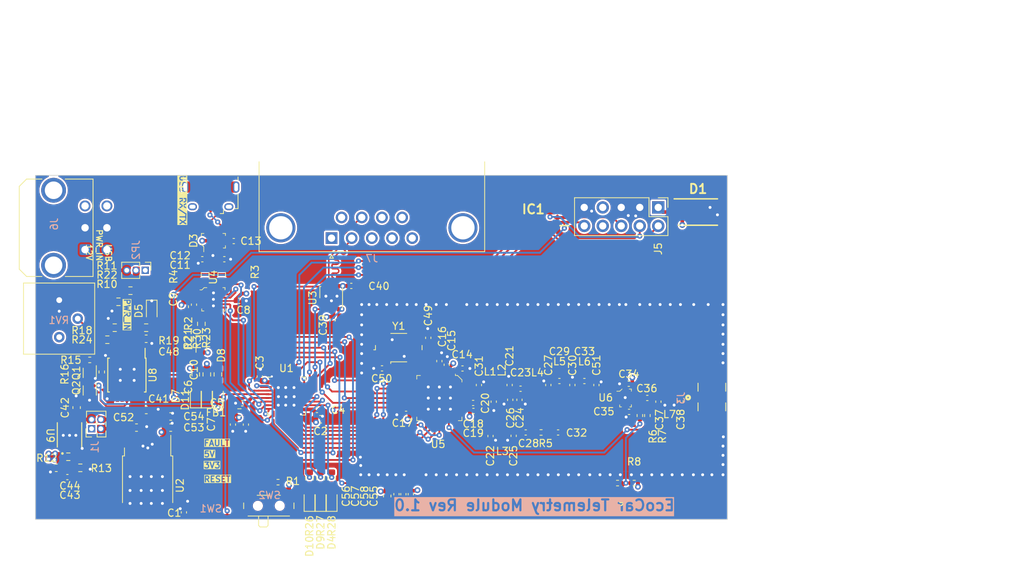
<source format=kicad_pcb>
(kicad_pcb (version 20221018) (generator pcbnew)
  (layers (0 "F.Cu" signal) (1 "In1.Cu" power) (2 "In2.Cu" power) (31 "B.Cu" signal) (34 "B.Paste" user) (35 "F.Paste" user) (36 "B.SilkS" user "B.Silkscreen") (37 "F.SilkS" user "F.Silkscreen") (38 "B.Mask" user) (39 "F.Mask" user) (44 "Edge.Cuts" user))
  (net 0 "")
  (net 1 "GND")
  (net 2 "/NRST")
  (net 3 "+3V3")
  (net 4 "+3.3VA")
  (net 5 "+5V")
  (net 6 "/USB Interface/USB_D+")
  (net 7 "/USB Interface/USB_D-")
  (net 8 "/LoRa Tranciever/RXTX_SW")
  (net 9 "/Power Regulator/FUSE_OUT")
  (net 10 "Net-(D2-K)")
  (net 11 "Net-(D5-A)")
  (net 12 "Net-(D7-A)")
  (net 13 "Net-(D8-K)")
  (net 14 "Net-(D8-A)")
  (net 16 "unconnected-(J2-Shield-Pad6)")
  (net 17 "Net-(J3-In)")
  (net 18 "+12V")
  (net 19 "/BOOT0")
  (net 20 "Net-(U4-CBUS0)")
  (net 21 "/CAN_STBY")
  (net 22 "/UART2_USB_CTS")
  (net 23 "/UART2_USB_RTS")
  (net 24 "/UART2_USB_TX")
  (net 25 "/UART2_USB_RX")
  (net 26 "/SPI1_NSS")
  (net 27 "/SPI1_SCK")
  (net 28 "/SPI1_MISO")
  (net 29 "/SPI1_MOSI")
  (net 30 "/DIO0")
  (net 31 "/DIO1")
  (net 32 "Net-(D4-A)")
  (net 33 "Net-(D9-A)")
  (net 34 "Net-(D10-A)")
  (net 35 "/CAN_RX")
  (net 36 "/CAN_TX")
  (net 37 "/SW_RXTX")
  (net 38 "/SX_RESET")
  (net 39 "/DIO2")
  (net 40 "/DIO3")
  (net 43 "Net-(U5-VR_ANA)")
  (net 44 "Net-(U5-VR_DIG)")
  (net 45 "Net-(U5-XTA)")
  (net 46 "Net-(U5-XTB)")
  (net 47 "/LoRa Tranciever/RXTX_SX")
  (net 48 "/LoRa Tranciever/RFI_HF")
  (net 50 "Net-(U5-VR_PA)")
  (net 51 "/LoRa Tranciever/RFO_HF")
  (net 53 "Net-(U6-RFC)")
  (net 54 "Net-(U6-RF1)")
  (net 55 "Net-(U6-RF2)")
  (net 58 "Net-(C21-Pad1)")
  (net 59 "Net-(C23-Pad2)")
  (net 60 "Net-(C25-Pad1)")
  (net 61 "Net-(C27-Pad2)")
  (net 62 "Net-(C28-Pad2)")
  (net 63 "Net-(C29-Pad1)")
  (net 64 "Net-(C32-Pad1)")
  (net 65 "Net-(C36-Pad2)")
  (net 66 "Net-(Q1-D)")
  (net 67 "Net-(R24-Pad2)")
  (net 69 "/DEBUG_SWO")
  (net 70 "/DEBUG_SWCLK")
  (net 71 "/DEBUG_SWDIO")
  (net 74 "/Power Regulator/FUSE_IN")
  (net 75 "/Power Regulator/~{FLAG}")
  (net 76 "/Power Regulator/OVLO")
  (net 77 "/Power Regulator/UVLO")
  (net 78 "/Power Regulator/SETI")
  (net 79 "/Power Regulator/FB")
  (net 80 "/Power Regulator/5V")
  (net 81 "/Power Regulator/12V")
  (net 82 "VBUS_UP")
  (net 85 "Net-(U1-PA10)")
  (net 86 "Net-(U1-PA9)")
  (net 87 "Net-(U1-PA8)")
  (net 88 "Net-(D11-A)")
  (net 96 "/CAN Tranciever/CD+")
  (net 97 "/CAN Tranciever/CD-")
  (net 98 "/DIO4")
  (net 99 "/DIO5")
  (footprint "Resistor_SMD:R_0402_1005Metric" (layer "F.Cu") (at 107.242 98.029 90)
    (fp_text reference "R16")
    (fp_text value "10k")
  )
  (footprint "Capacitor_SMD:C_0402_1005Metric" (layer "F.Cu") (at 161.0556 102.108 -90)
    (fp_text reference "C20")
    (fp_text value "10n")
  )
  (footprint "LED_SMD:LED_0603_1608Metric" (layer "F.Cu") (at 120.142 101.473 90)
    (fp_text reference "D7")
    (fp_text value "BLUE")
  )
  (footprint "Resistor_SMD:R_0402_1005Metric" (layer "F.Cu") (at 182.1526 104.013 -90)
    (fp_text reference "R7")
    (fp_text value "NC")
  )
  (footprint "Inductor_SMD:L_0402_1005Metric" (layer "F.Cu") (at 170.0956 100.33)
    (fp_text reference "L5")
    (fp_text value "5n6")
  )
  (footprint "Capacitor_SMD:C_0402_1005Metric" (layer "F.Cu") (at 154.6066 97.043 90)
    (fp_text reference "C15")
    (fp_text value "100n")
  )
  (footprint "Capacitor_SMD:C_0402_1005Metric" (layer "F.Cu") (at 163.789 106.798718 -90)
    (fp_text reference "C25")
    (fp_text value "3p3")
  )
  (footprint "Resistor_SMD:R_0402_1005Metric" (layer "F.Cu") (at 181.1216 104.013 -90)
    (fp_text reference "R6")
    (fp_text value "100R")
  )
  (footprint "Resistor_SMD:R_0603_1608Metric" (layer "F.Cu") (at 123.712 84.628 -90)
    (fp_text reference "R3")
    (fp_text value "27R")
  )
  (footprint "Capacitor_SMD:C_0402_1005Metric" (layer "F.Cu") (at 148.6535 114.808 -90)
    (fp_text reference "C58")
    (fp_text value "1u")
  )
  (footprint "Capacitor_SMD:C_0402_1005Metric" (layer "F.Cu") (at 165.4478 106.3348)
    (fp_text reference "C28")
    (fp_text value "47p")
  )
  (footprint "Capacitor_SMD:C_0402_1005Metric" (layer "F.Cu") (at 153.5906 96.535 90)
    (fp_text reference "C16")
    (fp_text value "100n")
  )
  (footprint "Capacitor_SMD:C_0402_1005Metric" (layer "F.Cu") (at 179.5976 99.641 180)
    (fp_text reference "C34")
    (fp_text value "1n")
  )
  (footprint "Capacitor_SMD:C_0402_1005Metric" (layer "F.Cu") (at 159.0236 99.822 90)
    (fp_text reference "C31")
    (fp_text value "10n")
  )
  (footprint "Resistor_SMD:R_0603_1608Metric" (layer "F.Cu") (at 104.296999 111.191999)
    (fp_text reference "R13")
    (fp_text value "160k")
  )
  (footprint "Capacitor_SMD:C_0402_1005Metric" (layer "F.Cu") (at 183.6616 102.108 90)
    (fp_text reference "C37")
    (fp_text value "NC")
  )
  (footprint "digikey-footprints:SOT-363" (layer "F.Cu") (at 179.1506 101.6 -90)
    (fp_text reference "U6")
    (fp_text value "P4259-63")
  )
  (footprint "Resistor_SMD:R_0603_1608Metric" (layer "F.Cu") (at 120.142 98.362 -90)
    (fp_text reference "R21")
    (fp_text value "260R")
  )
  (footprint "Resistor_SMD:R_0603_1608Metric" (layer "F.Cu") (at 111.179 86.868 180)
    (fp_text reference "R11")
    (fp_text value "2M2")
  )
  (footprint "Resistor_SMD:R_0603_1608Metric" (layer "F.Cu") (at 126.1425 103.604 180)
    (fp_text reference "FB1")
    (fp_text value "120R")
  )
  (footprint "Capacitor_SMD:C_0402_1005Metric" (layer "F.Cu") (at 118.519202 117.305 -90)
    (fp_text reference "C1")
    (fp_text value "100n")
  )
  (footprint "Resistor_SMD:R_0402_1005Metric" (layer "F.Cu") (at 178.056 113.284)
    (fp_text reference "R9")
    (fp_text value "NC")
  )
  (footprint "Capacitor_SMD:C_0402_1005Metric" (layer "F.Cu") (at 121.045 82.55)
    (fp_text reference "C12")
    (fp_text value "47p")
  )
  (footprint "Resistor_SMD:R_0603_1608Metric" (layer "F.Cu") (at 109.02 91.948 180)
    (fp_text reference "R18")
    (fp_text value "225k")
  )
  (footprint "Capacitor_SMD:C_0402_1005Metric" (layer "F.Cu") (at 156.7656 97.551)
    (fp_text reference "C14")
    (fp_text value "100n")
  )
  (footprint "Package_TO_SOT_SMD:SOT-523" (layer "F.Cu") (at 105.591 100.569 -90)
    (fp_text reference "Q2")
    (fp_text value "NMOS")
  )
  (footprint "Resistor_SMD:R_0603_1608Metric" (layer "F.Cu") (at 102.645999 109.667999)
    (fp_text reference "R12")
    (fp_text value "500k")
  )
  (footprint "Resistor_SMD:R_0402_1005Metric" (layer "F.Cu") (at 105.591 96.378 180)
    (fp_text reference "R15")
    (fp_text value "10k")
  )
  (footprint "Inductor_SMD:L_0402_1005Metric" (layer "F.Cu") (at 162.1756 100.838 -90)
    (fp_text reference "L2")
    (fp_text value "33n")
  )
  (footprint "Capacitor_SMD:C_0603_1608Metric" (layer "F.Cu") (at 100.994999 111.191999 180)
    (fp_text reference "C44")
    (fp_text value "2u2")
  )
  (footprint "Resistor_SMD:R_0603_1608Metric" (layer "F.Cu") (at 121.666 98.361 -90)
    (fp_text reference "R30")
    (fp_text value "600R")
  )
  (footprint "Capacitor_SMD:C_0603_1608Metric" (layer "F.Cu") (at 118.632 89.073 -90)
    (fp_text reference "C9")
    (fp_text value "4u7")
  )
  (footprint "Resistor_SMD:R_0402_1005Metric" (layer "F.Cu") (at 167.556 106.3348)
    (fp_text reference "R5")
    (fp_text value "0R")
  )
  (footprint "Capacitor_SMD:C_0402_1005Metric" (layer "F.Cu") (at 186.7096 102.0676 90)
    (fp_text reference "C38")
    (fp_text value "NC")
  )
  (footprint "LED_SMD:LED_0603_1608Metric" (layer "F.Cu") (at 137.287 115.67825 90)
    (fp_text reference "D9")
    (fp_text value "AMBER")
  )
  (footprint "Capacitor_SMD:C_0402_1005Metric" (layer "F.Cu") (at 171.8506 99.822 -90)
    (fp_text reference "C30")
    (fp_text value "3p3")
  )
  (footprint "Resistor_SMD:R_0603_1608Metric" (layer "F.Cu") (at 113.338 91.948)
    (fp_text reference "R19")
    (fp_text value "600R")
  )
  (footprint "Capacitor_SMD:C_0402_1005Metric" (layer "F.Cu") (at 126.111 88.265)
    (fp_text reference "C8")
    (fp_text value "100n")
  )
  (footprint "Capacitor_SMD:C_0402_1005Metric" (layer "F.Cu") (at 102.518999 112.461999)
    (fp_text reference "C43")
    (fp_text value "10p")
  )
  (footprint "LED_SMD:LED_0603_1608Metric" (layer "F.Cu") (at 138.811 115.67825 90)
    (fp_text reference "D4")
    (fp_text value "AMBER")
  )
  (footprint "Capacitor_SMD:C_0603_1608Metric" (layer "F.Cu") (at 112.011 105.664)
    (fp_text reference "C52")
    (fp_text value "1u")
  )
  (footprint "Capacitor_SMD:C_0402_1005Metric" (layer "F.Cu") (at 164.5886 101.854 -90)
    (fp_text reference "C24")
    (fp_text value "47p")
  )
  (footprint "Capacitor_SMD:C_0402_1005Metric" (layer "F.Cu") (at 160.614 106.826718 -90)
    (fp_text reference "C22")
    (fp_text value "NC")
  )
  (footprint "Capacitor_SMD:C_0402_1005Metric" (layer "F.Cu") (at 138.938 90.932 90)
    (fp_text reference "C39")
    (fp_text value "100n")
  )
  (footprint "Capacitor_SMD:C_0402_1005Metric" (layer "F.Cu") (at 145.7166 97.536 180)
    (fp_text reference "C50")
    (fp_text value "8p")
  )
  (footprint "Capacitor_SMD:C_0603_1608Metric" (layer "F.Cu") (at 113.351 103.251)
    (fp_text reference "C41")
    (fp_text value "1u")
  )
  (footprint "Capacitor_SMD:C_0402_1005Metric" (layer "F.Cu") (at 175.1526 99.822 -90)
    (fp_text reference "C51")
    (fp_text value "NC")
  )
  (footprint "Capacitor_SMD:C_0402_1005Metric" (layer "F.Cu") (at 119.902 88.791 -90)
    (fp_text reference "C10")
    (fp_text value "100n")
  )
  (footprint "Capacitor_SMD:C_0603_1608Metric" (layer "F.Cu") (at 113.338 93.472)
    (fp_text reference "C48")
    (fp_text value "10u")
  )
  (footprint "Capacitor_SMD:C_0402_1005Metric" (layer "F.Cu") (at 170.0726 99.2736 180)
    (fp_text reference "C29")
    (fp_text value "NC")
  )
  (footprint "Capacitor_SMD:C_0603_1608Metric" (layer "F.Cu") (at 103.788999 102.919499 90)
    (fp_text reference "C42")
    (fp_text value "1u")
  )
  (footprint "Connector_PinHeader_1.27mm:PinHeader_2x02_P1.27mm_Vertical" (layer "F.Cu") (at 105.845 105.819 90)
    (fp_text reference "J1")
    (fp_text value "USB JMPR")
  )
  (footprint "Connector_Dsub:DSUB-9_Female_Horizontal_P2.77x2.84mm_EdgePinOffset7.70mm_Housed_MountingHolesOffset9.12mm" (layer "F.Cu") (at 138.786 79.652 180)
    (fp_text reference "J7")
    (fp_text value "Conn_01x09_Socket")
  )
  (footprint "footprints:USB_Micro-B_Amphenol_10118194_Horizontal" (layer "F.Cu") (at 122.19 73.944 180)
    (fp_text reference "J2" hide)
    (fp_text value "USB_B_Micro")
  )
  (footprint "footprints:TLV76601QWDRBRQ1_TEX" (layer "F.Cu") (at 102.814 106.668399 90)
    (fp_text reference "U9")
    (fp_text value "TLV76601QWDRBRQ1")
  )
  (footprint "Capacitor_SMD:C_0402_1005Metric" (layer "F.Cu") (at 141.499 86.2135 180)
    (fp_text reference "C40")
    (fp_text value "100n")
  )
  (footprint "footprints:DIOM5436X265N" (layer "F.Cu") (at 189.103 76.073)
    (fp_text reference "D1")
    (fp_text value "SMLVT3V3" hide)
  )
  (footprint "Capacitor_SMD:C_0402_1005Metric" (layer "F.Cu") (at 149.0186 103.774 180)
    (fp_text reference "C17")
    (fp_text value "100n")
  )
  (footprint "Inductor_SMD:L_0402_1005Metric" (layer "F.Cu") (at 185.1856 101.6)
    (fp_text reference "L7")
    (fp_text value "0H")
  )
  (footprint "Inductor_SMD:L_0402_1005Metric" (layer "F.Cu") (at 167.0476 100.33)
    (fp_text reference "L4")
    (fp_text value "5n6")
  )
  (footprint "Capacitor_SMD:C_0402_1005Metric" (layer "F.Cu") (at 158.27 103.378)
    (fp_text reference "C19")
    (fp_text value "100n")
  )
  (footprint "Resistor_SMD:R_0603_1608Metric" (layer "F.Cu") (at 121.426 84.628 90)
    (fp_text reference "R4")
    (fp_text value "27R")
  )
  (footprint "Button_Switch_SMD:SW_SPDT_PCM12" (layer "F.Cu") (at 130.175 116.078)
    (fp_text reference "SW2")
    (fp_text value "BOOT0")
  )
  (footprint "Resistor_SMD:R_0603_1608Metric" (layer "F.Cu") (at 109.528 88.392 180)
    (fp_text reference "R22")
    (fp_text value "800k")
  )
  (footprint "Package_SO:TSSOP-14-1EP_4.4x5mm_P0.65mm" (layer "F.Cu") (at 110.69 98.457 -90)
    (fp_text reference "U8")
    (fp_text value "MAX14572")
  )
  (footprint "Resistor_SMD:R_0603_1608Metric" (layer "F.Cu") (at 135.763 112.63025 90)
    (fp_text reference "R26")
    (fp_text value "10k")
  )
  (footprint "footprints:SOT65P210X110-5N" (layer "F.Cu") (at 169.799 76.835 180)
    (fp_text reference "IC1")
    (fp_text value "ESDALC6V1W5" hide)
  )
  (footprint "Capacitor_SMD:C_0402_1005Metric" (layer "F.Cu") (at 169.8928 106.3348)
    (fp_text reference "C32")
    (fp_text value "47p")
  )
  (footprint "footprints:Molex_Micro-Fit_3.0_43045-0621_2x03-1MP_P3.00mm_Horizontal" (layer "F.Cu") (at 104.947 81.232 90)
    (fp_text reference "J6")
    (fp_text value "Fuel Cell Connector")
  )
  (footprint "LED_SMD:LED_0603_1608Metric" (layer "F.Cu") (at 120.918 94.534 -90)
    (fp_text reference "D2")
    (fp_text value "AMBER RX/TX")
  )
  (footprint "Capacitor_SMD:C_0402_1005Metric" (layer "F.Cu") (at 149.6695 114.808 -90)
    (fp_text reference "C55")
    (fp_text value "1u")
  )
  (footprint "Capacitor_SMD:C_0603_1608Metric" (layer "F.Cu") (at 146.431 115.062 -90)
    (fp_text reference "C56")
    (fp_text value "22u")
  )
  (footprint "footprints:TAOGLAS_EMPCB.SMAFSTJ.B.HT" (layer "F.Cu") (at 190.627 101.47025 90)
    (fp_text reference "J3")
    (fp_text value "Conn_Coaxial")
  )
  (footprint "Resistor_SMD:R_0603_1608Metric" (layer "F.Cu") (at 138.811 112.63025 90)
    (fp_text reference "R28")
    (fp_text value "10k")
  )
  (footprint "Capacitor_SMD:C_0603_1608Metric" (layer "F.Cu") (at 116.71 105.664)
    (fp_text reference "C53")
    (fp_text value "1u")
  )
  (footprint "Package_TO_SOT_SMD:TO-252-3_TabPin2" (layer "F.Cu") (at 113.535 112.863 -90)
    (fp_text reference "U2")
    (fp_text value "LP38690DTX")
  )
  (footprint "Capacitor_SMD:C_0402_1005Metric" (layer "F.Cu") (at 163.2376 99.822 90)
    (fp_text reference "C21")
    (fp_text value "8p2")
  )
  (footprint "LED_SMD:LED_0603_1608Metric" (layer "F.Cu") (at 135.763 115.67825 90)
    (fp_text reference "D10")
    (fp_text value "GREEN")
  )
  (footprint "Capacitor_SMD:C_0603_1608Metric" (layer "F.Cu") (at 137.287 104.521)
    (fp_text reference "C2")
    (fp_text value "10u")
  )
  (footprint "digikey-footprints:SOT23-6L" (layer "F.Cu") (at 122.569 80.01)
    (fp_text reference "D3")
    (fp_text value "USBLC6-2SC6")
  )
  (footprint "footprints:Potentiometer_Bourns_3386P_Vertical" (layer "F.Cu") (at 101.4 93.246)
    (fp_text reference "RV1")
    (fp_text value "SETI")
  )
  (footprint "Resistor_SMD:R_0603_1608Metric" (layer "F.Cu") (at 137.287 112.63025 90)
    (fp_text reference "R27")
    (fp_text value "10k")
  )
  (footprint "Connector_PinHeader_2.54mm:PinHeader_2x05_P2.54mm_Vertical" (layer "F.Cu") (at 183.642 75.438 -90)
    (fp_text reference "J5")
    (fp_text value "Conn_02x05_Top_Bottom")
  )
  (footprint "Capacitor_SMD:C_0402_1005Metric" (layer "F.Cu") (at 128.9365 98.651 90)
    (fp_text reference "C3")
    (fp_text value "100n")
  )
  (footprint "Resistor_SMD:R_0603_1608Metric" (layer "F.Cu") (at 110.734 90.424 180)
    (fp_text reference "R10")
    (fp_text value "2M2")
  )
  (footprint "Capacitor_SMD:C_0402_1005Metric" (layer "F.Cu") (at 125.2535 105.255 -90)
    (fp_text reference "C7")
    (fp_text value "1u")
  )
  (footprint "Inductor_SMD:L_0402_1005Metric" (layer "F.Cu") (at 162.242 106.318718)
    (fp_text reference "L3")
    (fp_text value "10n")
  )
  (footprint "Inductor_SMD:L_0402_1005Metric" (layer "F.Cu") (at 173.5016 100.33)
    (fp_text reference "L6")
    (fp_text value "0H")
  )
  (footprint "Inductor_SMD:L_0402_1005Metric" (layer "F.Cu") (at 160.5476 100.33)
    (fp_text reference "L1")
    (fp_text value "1n5")
  )
  (footprint "Package_DFN_QFN:DFN-8-1EP_3x3mm_P0.65mm_EP1.55x2.4mm" (layer "F.Cu") (at 138.74 87.858 90)
    (fp_text reference "U3")
    (fp_text value "MCP2542FDxMF")
  )
  (footprint "Capacitor_SMD:C_0402_1005Metric" (layer "F.Cu") (at 152.0666 93.345 90)
    (fp_text reference "C49")
    (fp_text value "8p")
  )
  (footprint "Capacitor_SMD:C_0402_1005Metric" (layer "F.Cu") (at 125.363 80.056 180)
    (fp_text reference "C13")
    (fp_text value "100n")
  )
  (footprint "Package_DFN_QFN:QFN-32-1EP_5x5mm_P0.5mm_EP3.45x3.45mm" (layer "F.Cu") (at 132.595 101.346)
    (fp_text reference "U1")
    (fp_text value "STM32L442KCU6")
  )
  (footprint "Capacitor_SMD:C_0402_1005Metric" (layer "F.Cu") (at 163.3186 101.854 -90)
    (fp_text reference "C26")
    (fp_text value "47p")
  )
  (footprint "LED_SMD:LED_0603_1608Metric" (layer "F.Cu") (at 114.1 89.662 -90)
    (fp_text reference "D5")
    (fp_text value "BLUE")
  )
  (footprint "footprints:SMD_025816_WRE" (layer "F.Cu") (at 122.202202 116.797)
    (fp_text reference "SW1")
    (fp_text value "RESET")
  )
  (footprint "Resistor_SMD:R_0402_1005Metric" (layer "F.Cu") (at 180.342 113.284)
    (fp_text reference "R8")
    (fp_text value "1k")
  )
  (footprint "Package_TO_SOT_SMD:SOT-523" (layer "F.Cu") (at 105.591 98.156 -90)
    (fp_text reference "Q1")
    (fp_text value "NMOS")
  )
  (footprint "digikey-footprints:VQFN-28-1EP_6x6mm" (layer "F.Cu") (at 153.5906 101.615 -90)
    (fp_text reference "U5")
    (fp_text value "SX1276IMLTRT")
  )
  (footprint "Capacitor_SMD:C_0402_1005Metric" (layer "F.Cu") (at 168.5486 99.822 -90)
    (fp_text reference "C27")
    (fp_text value "6p8")
  )
  (footprint "Capacitor_SMD:C_0402_1005Metric" (layer "F.Cu") (at 127.0315 105.255 -90)
    (fp_text reference "C6")
    (fp_text value "1u")
  )
  (footprint "Capacitor_SMD:C_0402_1005Metric" (layer "F.Cu") (at 164.7386 100.33)
    (fp_text reference "C23")
    (fp_text value "22p")
  )
  (footprint "Capacitor_SMD:C_0402_1005Metric" (layer "F.Cu") (at 147.701 114.808 -90)
    (fp_text reference "C57")
    (fp_text value "1u")
  )
  (footprint "Capacitor_SMD:C_0402_1005Metric" (layer "F.Cu") (at 173.5016 99.2736 180)
    (fp_text reference "C33")
    (fp_text value "NC")
  )
  (footprint "Capacitor_SMD:C_0402_1005Metric" (layer "F.Cu") (at 126.5235 102.334 180)
    (fp_text reference "C5")
    (fp_text value "10n")
  )
  (footprint "Crystal:Crystal_SMD_0603-4Pin_6.0x3.5mm" (layer "F.Cu") (at 148.0176 94.685)
    (fp_text reference "Y1")
    (fp_text value "32MHz")
  )
  (footprint "Capacitor_SMD:C_0603_1608Metric" (layer "F.Cu") (at 116.71 104.14)
    (fp_text reference "C54")
    (fp_text value "10u")
  )
  (footprint "Capacitor_SMD:C_0402_1005Metric" (layer "F.Cu") (at 124.067 82.55 180)
    (fp_text reference "C11")
    (fp_text value "47p")
  )
  (footprint "Resistor_SMD:R_0603_1608Metric" (layer "F.Cu") (at 123.19 98.362 -90)
    (fp_text reference "R23")
    (fp_text value "600R")
  )
  (footprint "Capacitor_SMD:C_0402_1005Metric" (layer "F.Cu") (at 182.1376 101.6)
    (fp_text reference "C36")
    (fp_text value "47p")
  )
  (footprint "Resistor_SMD:R_0402_1005Metric" (layer "F.Cu") (at 131.443 113.157 180)
    (fp_text reference "R1")
    (fp_text value "10k")
  )
  (footprint "digikey-footprints:DFN-12-1EP_3x3mm" (layer "F.Cu") (at 122.569 88.057 -90)
    (fp_text reference "U4")
    (fp_text value "FT234XD-R")
  )
  (footprint "Capacitor_SMD:C_0402_1005Metric" (layer "F.Cu") (at 179.6406 103.505 180)
    (fp_text reference "C35")
    (fp_text value "1n")
  )
  (footprint "Resistor_SMD:R_0603_1608Metric" (layer "F.Cu") (at 120.918 91.423 -90)
    (fp_text reference "R2")
    (fp_text value "260R")
  )
  (footprint "LED_SMD:LED_0603_1608Metric" (layer "F.Cu") (at 123.19 101.473 90)
    (fp_text reference "D8")
    (fp_text value "RED")
  )
  (footprint "Connector_PinHeader_1.27mm:PinHeader_1x03_P1.27mm_Vertical" (layer "F.Cu") (at 113.211 84.074 -90)
    (fp_text reference "JP2")
    (fp_text value "Power In")
  )
  (footprint "Capacitor_SMD:C_0402_1005Metric" (layer "F.Cu") (at 136.779 103.251)
    (fp_text reference "C4")
    (fp_text value "100n")
  )
  (footprint "LED_SMD:LED_0603_1608Metric" (layer "F.Cu") (at 121.666 101.473 90)
    (fp_text reference "D11")
    (fp_text value "BLUE")
  )
  (footprint "Resistor_SMD:R_0603_1608Metric" (layer "F.Cu") (at 108.004 93.599 180)
    (fp_text reference "R24")
    (fp_text value "10k")
  )
  (footprint "Capacitor_SMD:C_0402_1005Metric" (layer "F.Cu") (at 158.227 102.2826)
    (fp_text reference "C18")
    (fp_text value "47p")
  )
  (gr_rect (start 98.14 71.03) (end 193.136 118.274) (stroke (width 0.1)) (fill none) (layer "Edge.Cuts"))
  (gr_text "EcoCar Telemetry Module Rev 1.0" (at 186.055 117.221) (layer "B.SilkS" knockout) (effects (font (size 1.5 1.5) (thickness 0.3) bold) (justify left bottom mirror)))
  (gr_text "12V" (at 105.029 80.391 -90) (layer "F.SilkS") (effects (font (size 0.8 0.8)) (justify left bottom)))
  (gr_text "PWR_IN" (at 110.236 87.884 -90) (layer "F.SilkS" knockout) (effects (font (size 0.8 0.8) (thickness 0.16) bold) (justify left bottom)))
  (gr_text "USB" (at 107.696 80.391 -90) (layer "F.SilkS") (effects (font (size 0.8 0.8)) (justify left bottom)))
  (gr_text "3V3" (at 121.1835 111.309) (layer "F.SilkS" knockout) (effects (font (size 0.8 0.8) (thickness 0.16) bold) (justify left bottom)))
  (gr_text "RESET" (at 121.1835 113.214) (layer "F.SilkS" knockout) (effects (font (size 0.8 0.8) (thickness 0.16) bold) (justify left bottom)))
  (gr_text "FAULT" (at 121.1835 108.261) (layer "F.SilkS" knockout) (effects (font (size 0.8 0.8) (thickness 0.16) bold) (justify left bottom)))
  (gr_text "USB RX/TX" (at 117.87 70.912 -90) (layer "F.SilkS" knockout) (effects (font (size 0.8 0.8) (thickness 0.16) bold) (justify left bottom)))
  (gr_text "PWR_IN" (at 106.426 78.359 -90) (layer "F.SilkS") (effects (font (size 0.8 0.8)) (justify left bottom)))
  (gr_text "5V" (at 121.1835 109.785) (layer "F.SilkS" knockout) (effects (font (size 0.8 0.8) (thickness 0.16) bold) (justify left bottom)))
  (segment (start 151.6406 103.565) (end 152.0666 103.139) (width 0.5) (layer "F.Cu") (net 1))
  (segment (start 104.200199 108.524999) (end 103.788999 108.113799) (width 0.5) (layer "F.Cu") (net 1))
  (segment (start 105.3085 111.3785) (end 105.121999 111.191999) (width 0.5) (layer "F.Cu") (net 1))
  (segment (start 103.247598 106.668399) (end 103.309999 106.7308) (width 0.5) (layer "F.Cu") (net 1))
  (segment (start 145.2366 97.536) (end 144.5736 97.536) (width 0.3493) (layer "F.Cu") (net 1))
  (segment (start 121.019 88.732) (end 121.894 88.732) (width 0.2) (layer "F.Cu") (net 1))
  (segment (start 122.569 88.057) (end 122.569 88.057) (width 0.2) (layer "F.Cu") (net 1))
  (segment (start 108.703 88.392) (end 108.703 89.598) (width 0.5) (layer "F.Cu") (net 1))
  (segment (start 103.139001 106.343398) (end 103.139001 105.222999) (width 0.5) (layer "F.Cu") (net 1))
  (segment (start 116.906453 105.063845) (end 117.485 105.642392) (width 0.5) (layer "F.Cu") (net 1))
  (segment (start 164.5886 102.334) (end 165.2876 102.334) (width 0.5) (layer "F.Cu") (net 1))
  (segment (start 179.5272 76.5556) (end 179.5272 76.4032) (width 0.5) (layer "F.Cu") (net 1))
  (segment (start 163.3186 102.334) (end 162.5686 102.334) (width 0.5) (layer "F.Cu") (net 1))
  (segment (start 122.503 81.226) (end 122.569 81.16) (width 0.5) (layer "F.Cu") (net 1))
  (segment (start 155.2886 102.965) (end 156.5656 102.965) (width 0.5) (layer "F.Cu") (net 1))
  (segment (start 119.111202 115.697) (end 119.027202 115.781) (width 0.5) (layer "F.Cu") (net 1))
  (segment (start 155.1146 101.615) (end 154.4646 100.965) (width 0.5) (layer "F.Cu") (net 1))
  (segment (start 103.309999 106.7308) (end 103.6828 106.7308) (width 0.5) (layer "F.Cu") (net 1))
  (segment (start 151.6406 104.59) (end 151.6406 103.565) (width 0.5) (layer "F.Cu") (net 1))
  (segment (start 134.535264 103.7835) (end 134.345 103.7835) (width 0.3) (layer "F.Cu") (net 1))
  (segment (start 108.703 89.598) (end 108.639 89.662) (width 0.5) (layer "F.Cu") (net 1))
  (segment (start 121.894 88.732) (end 122.1375 88.4885) (width 0.2) (layer "F.Cu") (net 1))
  (segment (start 100.194 111.7595) (end 100.194 111.217998) (width 0.5) (layer "F.Cu") (net 1))
  (segment (start 184.5506 102.588) (end 183.6616 102.588) (width 0.5) (layer "F.Cu") (net 1))
  (segment (start 137.259 103.251) (end 137.259 103.821616) (width 0.5) (layer "F.Cu") (net 1))
  (segment (start 118.519202 116.825) (end 118.039202 116.825) (width 0.5) (layer "F.Cu") (net 1))
  (segment (start 113.535 107.823) (end 114.043 107.823) (width 0.5) (layer "F.Cu") (net 1))
  (segment (start 113.281 105.664) (end 112.786 105.664) (width 0.5) (layer "F.Cu") (net 1))
  (segment (start 156.5656 100.965) (end 155.7646 100.965) (width 0.5) (layer "F.Cu") (net 1))
  (segment (start 148.5386 103.774) (end 147.8756 103.774) (width 0.5) (layer "F.Cu") (net 1))
  (segment (start 117.403101 104.14) (end 116.962064 103.698963) (width 0.5) (layer "F.Cu") (net 1))
  (segment (start 118.039202 116.825) (end 118.011202 116.797) (width 0.5) (layer "F.Cu") (net 1))
  (segment (start 103.788999 102.144499) (end 103.788999 101.377499) (width 0.5) (layer "F.Cu") (net 1))
  (segment (start 165.2876 102.334) (end 165.3886 102.435) (width 0.5) (layer "F.Cu") (net 1))
  (segment (start 106.236 98.801) (end 106.353 98.918) (width 0.5) (layer "F.Cu") (net 1))
  (segment (start 146.9996 93.485) (end 147.1136 93.599) (width 0.3493) (layer "F.Cu") (net 1))
  (segment (start 175.1526 99.342) (end 175.7576 99.342) (width 0.5) (layer "F.Cu") (net 1))
  (segment (start 161.214718 107.306718) (end 161.3096 107.4016) (width 0.5) (layer "F.Cu") (net 1))
  (segment (start 134.585899 103.834135) (end 134.535264 103.7835) (width 0.3) (layer "F.Cu") (net 1))
  (segment (start 120.565 83.0255) (end 120.565 82.55) (width 0.3493) (layer "F.Cu") (net 1))
  (segment (start 151.9956 92.075) (end 151.9956 92.794) (width 0.3493) (layer "F.Cu") (net 1))
  (segment (start 125.2815 106.1125) (end 125.2815 105.763) (width 0.5) (layer "F.Cu") (net 1))
  (segment (start 117.485 104.14) (end 117.403101 104.14) (width 0.5) (layer "F.Cu") (net 1))
  (segment (start 122.1375 88.4885) (end 122.1375 88.057) (width 0.2) (layer "F.Cu") (net 1))
  (segment (start 173.99 75.438) (end 174.498 75.946) (width 0.5) (layer "F.Cu") (net 1))
  (segment (start 126.023497 102.313997) (end 126.0435 102.334) (width 0.5) (layer "F.Cu") (net 1))
  (segment (start 168.5486 99.342) (end 168.0106 99.342) (width 0.5) (layer "F.Cu") (net 1))
  (segment (start 105.5624 101.9048) (end 105.5624 101.2426) (width 0.5) (layer "F.Cu") (net 1))
  (segment (start 125.6143 102.313997) (end 126.023497 102.313997) (width 0.5) (layer "F.Cu") (net 1))
  (segment (start 114.113 94.107) (end 114.113 93.472) (width 0.5) (layer "F.Cu") (net 1))
  (segment (start 179.5272 76.4032) (end 178.562 75.438) (width 0.5) (layer "F.Cu") (net 1))
  (segment (start 102.814 106.668399) (end 102.8192 106.7308) (width 0.5) (layer "F.Cu") (net 1))
  (segment (start 163.2376 99.342) (end 163.2376 98.76) (width 0.5) (layer "F.Cu") (net 1))
  (segment (start 114.1 88.265) (end 114.1 88.8745) (width 0.5) (layer "F.Cu") (net 1))
  (segment (start 129.032 97.663) (end 128.9365 97.7585) (width 0.5) (layer "F.Cu") (net 1))
  (segment (start 101.4 89.69) (end 101.4 88.166) (width 0.5) (layer "F.Cu") (net 1))
  (segment (start 161.0556 102.588) (end 161.0556 103.309) (width 0.5) (layer "F.Cu") (net 1))
  (segment (start 102.8192 106.7308) (end 103.247598 106.668399) (width 0.5) (layer "F.Cu") (net 1))
  (segment (start 180.5432 76.6064) (end 181.102 76.0476) (width 0.5) (layer "F.Cu") (net 1))
  (segment (start 163.083482 107.278718) (end 162.9606 107.4016) (width 0.5) (layer "F.Cu") (net 1))
  (segment (start 162.5686 102.334) (end 162.4676 102.435) (width 0.5) (layer "F.Cu") (net 1))
  (segment (start 117.485 105.642392) (end 117.485 105.664) (width 0.5) (layer "F.Cu") (net 1))
  (segment (start 125.222 106.172) (end 125.2815 106.1125) (width 0.5) (layer "F.Cu") (net 1))
  (segment (start 128.9365 97.7585) (end 128.9365 98.171) (width 0.5) (layer "F.Cu") (net 1))
  (segment (start 137.958384 104.521) (end 137.545189 104.107805) (width 0.5) (layer "F.Cu") (net 1))
  (segment (start 107.980741 101.7025) (end 108.276241 101.407) (width 0.254) (layer "F.Cu") (net 1))
  (segment (start 130.58575 98.64925) (end 130.845 98.9085) (width 0.254) (layer "F.Cu") (net 1))
  (segment (start 173.482 75.438) (end 173.99 75.438) (width 0.5) (layer "F.Cu") (net 1))
  (segment (start 105.591 98.801) (end 106.236 98.801) (width 0.5) (layer "F.Cu") (net 1))
  (segment (start 186.6816 102.5756) (end 186.7096 102.5476) (width 0.5) (layer "F.Cu") (net 1))
  (segment (start 104.550999 108.524999) (end 104.200199 108.524999) (width 0.5) (layer "F.Cu") (net 1))
  (segment (start 114.89 103.251) (end 114.989 103.152) (width 0.3493) (layer "F.Cu") (net 1))
  (segment (start 155.7646 100.965) (end 155.1146 101.615) (width 0.5) (layer "F.Cu") (net 1))
  (segment (start 127.0315 106.1405) (end 127 106.172) (width 0.5) (layer "F.Cu") (net 1))
  (segment (start 160.614 107.306718) (end 161.214718 107.306718) (width 0.5) (layer "F.Cu") (net 1))
  (segment (start 154.4646 100.965) (end 154.2406 100.965) (width 0.5) (layer "F.Cu") (net 1))
  (segment (start 145.8176 93.485) (end 146.9996 93.485) (width 0.3493) (layer "F.Cu") (net 1))
  (segment (start 152.0666 103.139) (end 153.5906 101.615) (width 0.5) (layer "F.Cu") (net 1))
  (segment (start 103.6828 107.103601) (end 103.788999 107.2098) (width 0.5) (layer "F.Cu") (net 1))
  (segment (start 103.788999 107.2098) (end 103.788999 108.113799) (width 0.5) (layer "F.Cu") (net 1))
  (segment (start 168.0106 99.342) (end 167.9286 99.26) (width 0.5) (layer "F.Cu") (net 1))
  (segment (start 100.194 111.217998) (end 100.219999 111.191999) (width 0.5) (layer "F.Cu") (net 1))
  (segment (start 124.9315 82.55) (end 124.547 82.55) (width 0.3493) (layer "F.Cu") (net 1))
  (segment (start 155.1146 103.139) (end 155.2886 102.965) (width 0.5) (layer "F.Cu") (net 1))
  (segment (start 171.8506 99.342) (end 171.8506 98.767) (width 0.5) (layer "F.Cu") (net 1))
  (segment (start 122.503 82.042) (end 122.503 81.226) (width 0.5) (layer "F.Cu") (net 1))
  (segment (start 102.814 106.668399) (end 103.139001 106.343398) (width 0.5) (layer "F.Cu") (net 1))
  (segment (start 179.1606 104.142) (end 179.2316 104.213) (width 0.5) (layer "F.Cu") (net 1))
  (segment (start 114.043 107.823) (end 114.17 107.95) (width 0.5) (layer "F.Cu") (net 1))
  (segment (start 179.1606 103.505) (end 179.1606 104.142) (width 0.5) (layer "F.Cu") (net 1))
  (segment (start 154.2406 100.965) (end 153.5906 101.615) (width 0.5) (layer "F.Cu") (net 1))
  (segment (start 105.5624 101.2426) (end 105.591 101.214) (width 0.5) (layer "F.Cu") (net 1))
  (segment (start 179.0506 101.6) (end 179.1046 101.546) (width 0.3) (layer "F.Cu") (net 1))
  (segment (start 150.2176 95.885) (end 148.7646 95.885) (width 0.3493) (layer "F.Cu") (net 1))
  (segment (start 114.126 103.251) (end 114.89 103.251) (width 0.3493) (layer "F.Cu") (net 1))
  (segment (start 185.8206 102.5756) (end 186.6816 102.5756) (width 0.5) (layer "F.Cu") (net 1))
  (segment (start 153.5906 95.6968) (end 153.8954 95.392) (width 0.5) (layer "F.Cu") (net 1))
  (segment (start 127.0895 88.265) (end 126.591 88.265) (width 0.5) (layer "F.Cu") (net 1))
  (segment (start 108.74 95.507) (end 108.001 95.507) (width 0.3) (layer "F.Cu") (net 1))
  (segment (start 113.408 105.537) (end 113.281 105.664) (width 0.5) (layer "F.Cu") (net 1))
  (segment (start 178.3444 99.641) (end 178.3308 99.6546) (width 0.5) (layer "F.Cu") (net 1))
  (segment (start 105.655 111.3785) (end 105.3085 111.3785) (width 0.5) (layer "F.Cu") (net 1))
  (segment (start 108.001 95.507) (end 107.75 95.758) (width 0.3) (layer "F.Cu") (net 1))
  (segment (start 178.2006 101.6) (end 179.0506 101.6) (width 0.3) (layer "F.Cu") (net 1))
  (segment (start 175.7576 99.342) (end 175.8026 99.387) (width 0.5) (layer "F.Cu") (net 1))
  (segment (start 181.102 76.0476) (end 181.102 75.438) (width 0.5) (layer "F.Cu") (net 1))
  (segment (start 163.789 107.278718) (end 163.083482 107.278718) (width 0.5) (layer "F.Cu") (net 1))
  (segment (start 103.6828 106.7308) (end 103.6828 107.103601) (width 0.5) (layer "F.Cu") (net 1))
  (segment (start 108.195 91.948) (end 108.195 90.742) (width 0.5) (layer "F.Cu") (net 1))
  (segment (start 159.0236 99.342) (end 159.6286 99.342) (width 0.5) (layer "F.Cu") (net 1))
  (segment (start 151.9956 92.794) (end 152.0666 92.865) (width 0.3493) (layer "F.Cu") (net 1))
  (segment (start 138.062 104.521) (end 137.958384 104.521) (width 0.5) (layer "F.Cu") (net 1))
  (segment (start 137.259 103.821616) (end 137.545189 104.107805) (width 0.5) (layer "F.Cu") (net 1))
  (segment (start 120.4865 83.104) (end 120.565 83.0255) (width 0.3493) (layer "F.Cu") (net 1))
  (segment (start 147.8756 103.774) (end 147.7486 103.901) (width 0.5) (layer "F.Cu") (net 1))
  (segment (start 163.2376 98.76) (end 163.1026 98.625) (width 0.5) (layer "F.Cu") (net 1))
  (segment (start 108.276241 101.407) (end 108.74 101.407) (width 0.254) (layer "F.Cu") (net 1))
  (segment (start 161.0556 103.309) (end 161.0706 103.324) (width 0.5) (layer "F.Cu") (net 1))
  (segment (start 108.195 90.742) (end 108.131 90.678) (width 0.5) (layer "F.Cu") (net 1))
  (segment (start 171.8506 98.767) (end 171.8656 98.752) (width 0.5) (layer "F.Cu") (net 1))
  (segment (start 119.944404 115.697) (end 124.46 115.697) (width 0.5) (layer "F.Cu") (net 1))
  (segment (start 127.0315 105.735) (end 127.0315 106.1405) (width 0.5) (layer "F.Cu") (net 1))
  (segment (start 154.6066 96.563) (end 154.6066 96.0016) (width 0.5) (layer "F.Cu") (net 1))
  (segment (start 103.788999 101.377499) (end 103.724999 101.313499) (width 0.5) (layer "F.Cu") (net 1))
  (segment (start 119.944404 115.697) (end 119.111202 115.697) (width 0.5) (layer "F.Cu") (net 1))
  (segment (start 122.1375 88.057) (end 122.569 88.057) (width 0.2) (layer "F.Cu") (net 1))
  (segment (start 159.6286 99.342) (end 159.6736 99.387) (width 0.5) (layer "F.Cu") (net 1))
  (segment (start 179.1176 99.641) (end 178.3444 99.641) (width 0.5) (layer "F.Cu") (net 1))
  (via (at 142.9226 88.773) (size 0.8) (drill 0.4) (layers "F.Cu" "B.Cu") (net 1))
  (via (at 108.131 90.678) (size 0.8) (drill 0.4) (layers "F.Cu" "B.Cu") (net 1))
  (via (at 111.122 112.395) (size 0.8) (drill 0.4) (layers "F.Cu" "B.Cu") (net 1))
  (via (at 125.6143 102.313997) (size 0.8) (drill 0.4) (layers "F.Cu" "B.Cu") (net 1))
  (via (at 122.503 82.042) (size 0.8) (drill 0.4) (layers "F.Cu" "B.Cu") (net 1))
  (via (at 154.559 112.141) (size 0.8) (drill 0.4) (layers "F.Cu" "B.Cu") (net 1))
  (via (at 152.0666 101.615) (size 0.8) (drill 0.4) (layers "F.Cu" "B.Cu") (net 1))
  (via (at 142.7956 110.871) (size 0.8) (drill 0.4) (layers "F.Cu" "B.Cu") (net 1))
  (via (at 186.944 112.141) (size 0.8) (drill 0.4) (layers "F.Cu" "B.Cu") (net 1))
  (via (at 102.8192 106.7308) (size 0.8) (drill 0.4) (layers "F.Cu" "B.Cu") (net 1))
  (via (at 147.6216 112.141) (size 0.8) (drill 0.4) (layers "F.Cu" "B.Cu") (net 1))
  (via (at 182.499 88.773) (size 0.8) (drill 0.4) (layers "F.Cu" "B.Cu") (net 1))
  (via (at 109.782 97.663) (size 0.8) (drill 0.4) (layers "F.Cu" "B.Cu") (net 1))
  (via (at 175.8026 99.387) (size 0.8) (drill 0.4) (layers "F.Cu" "B.Cu") (net 1))
  (via (at 175.514 88.773) (size 0.8) (drill 0.4) (layers "F.Cu" "B.Cu") (net 1))
  (via (at 114.043 114.3) (size 0.8) (drill 0.4) (layers "F.Cu" "B.Cu") (net 1))
  (via (at 142.748 109.728) (size 0.8) (drill 0.4) (layers "F.Cu" "B.Cu") (net 1))
  (via (at 114.17 107.95) (size 0.8) (drill 0.4) (layers "F.Cu" "B.Cu") (net 1))
  (via (at 158.75 112.141) (size 0.8) (drill 0.4) (layers "F.Cu" "B.Cu") (net 1))
  (via (at 144.5736 97.536) (size 0.8) (drill 0.4) (layers "F.Cu" "B.Cu") (net 1))
  (via (at 101.9556 106.7308) (size 0.8) (drill 0.4) (layers "F.Cu" "B.Cu") (net 1))
  (via (at 114.043 116.078) (size 0.8) (drill 0.4) (layers "F.Cu" "B.Cu") (net 1))
  (via (at 154.6828 95.9254) (size 0.8) (drill 0.4) (layers "F.Cu" "B.Cu") (net 1))
  (via (at 155.956 112.141) (size 0.8) (drill 0.4) (layers "F.Cu" "B.Cu") (net 1))
  (via (at 174.244 112.141) (size 0.8) (drill 0.4) (layers "F.Cu" "B.Cu") (net 1))
  (via (at 109.782 99.187) (size 0.8) (drill 0.4) (layers "F.Cu" "B.Cu") (net 1))
  (via (at 151.9956 92.075) (size 0.8) (drill 0.4) (layers "F.Cu" "B.Cu") (net 1))
  (via (at 124.9315 82.55) (size 0.8) (drill 0.4) (layers "F.Cu" "B.Cu") (net 1))
  (via (at 105.5624 101.9048) (size 0.8) (drill 0.4) (layers "F.Cu" "B.Cu") (net 1))
  (via (at 161.544 112.141) (size 0.8) (drill 0.4) (layers "F.Cu" "B.Cu") (net 1))
  (via (at 147.1136 93.599) (size 0.8) (drill 0.4) (layers "F.Cu" "B.Cu") (net 1))
  (via (at 134.585899 103.834135) (size 0.7) (drill 0.3) (layers "F.Cu" "B.Cu") (net 1))
  (via (at 161.3096 107.4016) (size 0.8) (drill 0.4) (layers "F.Cu" "B.Cu") (net 1))
  (via (at 191.77 76.454) (size 0.8) (drill 0.4) (layers "F.Cu" "B.Cu") (net 1))
  (via (at 114.1 88.265) (size 0.8) (drill 0.4) (layers "F.Cu" "B.Cu") (net 1))
  (via (at 153.8954 95.392) (size 0.8) (drill 0.4) (layers "F.Cu" "B.Cu") (net 1))
  (via (at 172.72 112.141) (size 0.8) (drill 0.4) (layers "F.Cu" "B.Cu") (net 1))
  (via (at 154.559 88.773) (size 0.8) (drill 0.4) (layers "F.Cu" "B.Cu") (net 1))
  (via (at 171.323 112.141) (size 0.8) (drill 0.4) (layers "F.Cu" "B.Cu") (net 1))
  (via (at 192.532 108.204) (size 0.8) (drill 0.4) (layers "F.Cu" "B.Cu") (net 1))
  (via (at 112.646 112.395) (size 0.8) (drill 0.4) (layers "F.Cu" "B.Cu") (net 1))
  (via (at 113.408 105.537) (size 0.8) (drill 0.4) (layers "F.Cu" "B.Cu") (net 1))
  (via (at 114.043 112.395) (size 0.8) (drill 0.4) (layers "F.Cu" "B.Cu") (net 1))
  (via (at 175.641 112.141) (size 0.8) (drill 0.4) (layers "F.Cu" "B.Cu") (net 1))
  (via (at 185.547 112.141) (size 0.8) (drill 0.4) (layers "F.Cu" "B.Cu") (net 1))
  (via (at 188.5156 88.773) (size 0.8) (drill 0.4) (layers "F.Cu" "B.Cu") (net 1))
  (via (at 192.532 96.774) (size 0.8) (drill 0.4) (layers "F.Cu" "B.Cu") (net 1))
  (via (at 153.162 112.141) (size 0.8) (drill 0.4) (layers "F.Cu" "B.Cu") (net 1))
  (via (at 179.5272 76.5556) (size 0.8) (drill 0.4) (layers "F.Cu" "B.Cu") (net 1))
  (via (at 161.544 88.773) (size 0.8) (drill 0.4) (layers "F.Cu" "B.Cu") (net 1))
  (via (at 111.687 97.663) (size 0.8) (drill 0.4) (layers "F.Cu" "B.Cu") (net 1))
  (via (at 190.5 88.773) (size 0.8) (drill 0.4) (layers "F.Cu" "B.Cu") (net 1))
  (via (at 129.032 97.663) (size 0.8) (drill 0.4) (layers "F.Cu" "B.Cu") (net 1))
  (via (at 192.532 90.17) (size 0.8) (drill 0.4) (layers "F.Cu" "B.Cu") (net 1))
  (via (at 186.69 88.773) (size 0.8) (drill 0.4) (layers "F.Cu" "B.Cu") (net 1))
  (via (at 178.308 88.773) (size 0.8) (drill 0.4) (layers "F.Cu" "B.Cu") (net 1))
  (via (at 178.3308 99.6546) (size 0.8) (drill 0.4) (layers "F.Cu" "B.Cu") (net 1))
  (via (at 131.4765 100.175) (size 0.8) (drill 0.4) (layers "F.Cu" "B.Cu") (net 1))
  (via (at 138.7735 88.2585) (size 0.8) (drill 0.4) (layers "F.Cu" "B.Cu") (net 1))
  (via (at 142.9226 94.234) (size 0.8) (drill 0.4) (layers "F.Cu" "B.Cu") (net 1))
  (via (at 131.4765 102.588) (size 0.8) (drill 0.4) (layers "F.Cu" "B.Cu") (net 1))
  (via (at 155.1146 103.139) (size 0.8) (drill 0.4) (layers "F.Cu" "B.Cu") (net 1))
  (via (at 157.353 88.773) (size 0.8) (drill 0.4) (layers "F.Cu" "B.Cu") (net 1))
  (via (at 112.646 116.078) (size 0.8) (drill 0.4) (layers "F.Cu" "B.Cu") (net 1))
  (via (at 185.293 88.773) (size 0.8) (drill 0.4) (layers "F.Cu" "B.Cu") (net 1))
  (via (at 153.162 88.773) (size 0.8) (drill 0.4) (layers "F.Cu" "B.Cu") (net 1))
  (via (at 107.980741 101.7025) (size 0.8) (drill 0.4) (layers "F.Cu" "B.Cu") (net 1))
  (via (at 115.567 112.395) (size 0.8) (drill 0.4) (layers "F.Cu" "B.Cu") (net 1))
  (via (at 192.532 109.474) (size 0.8) (drill 0.4) (layers "F.Cu" "B.Cu") (net 1))
  (via (at 142.9226 96.8534) (size 0.8) (drill 0.4) (layers "F.Cu" "B.Cu") (net 1))
  (via (at 176.911 88.773) (size 0.8) (drill 0.4) (layers "F.Cu" "B.Cu") (net 1))
  (via (at 163.1026 98.625) (size 0.8) (drill 0.4) (layers "F.Cu" "B.Cu") (net 1))
  (via (at 108.639 89.662) (size 0.8) (drill 0.4) (layers "F.Cu" "B.Cu") (net 1))
  (via (at 146.431 112.141) (size 0.8) (drill 0.4) (layers "F.Cu" "B.Cu") (net 1))
  (via (at 145.2086 112.141) (size 0.8) (drill 0.4) (layers "F.Cu" "B.Cu") (net 1))
  (via (at 147.7486 88.773) (size 0.8) (drill 0.4) (layers "F.Cu" "B.Cu") (net 1))
  (via (at 143.9386 88.773) (size 0.8) (drill 0.4) (layers "F.Cu" "B.Cu") (net 1))
  (via (at 111.122 114.3) (size 0.8) (drill 0.4) (layers "F.Cu" "B.Cu") (net 1))
  (via (at 164.338 112.141) (size 0.8) (drill 0.4) (layers "F.Cu" "B.Cu") (net 1))
  (via (at 160.147 112.141) (size 0.8) (drill 0.4) (layers "F.Cu" "B.Cu") (net 1))
  (via (at 179.1046 101.546) (size 0.8) (drill 0.4) (layers "F.Cu" "B.Cu") (net 1))
  (via (at 155.1146 100.091) (size 0.8) (drill 0.4) (layers "F.Cu" "B.Cu") (net 1))
  (via (at 155.1146 101.615) (size 0.8) (drill 0.4) (layers "F.Cu" "B.Cu") (net 1))
  (via (at 188.468 112.141) (size 0.8) (drill 0.4) (layers "F.Cu" "B.Cu") (net 1))
  (via (at 142.9226 92.9164) (size 0.8) (drill 0.4) (layers "F.Cu" "B.Cu") (net 1))
  (via (at 145.0022 88.773) (size 0.8) (drill 0.4) (layers "F.Cu" "B.Cu") (net 1))
  (via (at 142.9226 91.567) (size 0.8) (drill 0.4) (layers "F.Cu" "B.Cu") (net 1))
  (via (at 182.753 112.141) (size 0.8) (drill 0.4) (layers "F.Cu" "B.Cu") (net 1))
  (via (at 119.027202 115.781) (size 0.8) (drill 0.4) (layers "F.Cu" "B.Cu") (net 1))
  (via (at 152.0666 100.091) (size 0.8) (drill 0.4) (layers "F.Cu" "B.Cu") (net 1))
  (via (at 116.906453 105.063845) (size 0.8) (drill 0.4) (layers "F.Cu" "B.Cu") (net 1))
  (via (at 164.338 88.773) (size 0.8) (drill 0.4) (layers "F.Cu" "B.Cu") (net 1))
  (via (at 178.435 112.141) (size 0.8) (drill 0.4) (layers "F.Cu" "B.Cu") (net 1))
  (via (at 189.738 112.141) (size 0.8) (drill 0.4) (layers "F.Cu" "B.Cu") (net 1))
  (via (at 103.6828 106.7308) (size 0.8) (drill 0.4) (layers "F.Cu" "B.Cu") (net 1))
  (via (at 148.7646 112.141) (size 0.8) (drill 0.4) (layers "F.Cu" "B.Cu") (net 1))
  (via (at 127.0895 88.265) (size 0.8) (drill 0.4) (layers "F.Cu" "B.Cu") (net 1))
  (via (at 132.5205 101.445) (size 0.8) (drill 0.4) (layers "F.Cu" "B.Cu") (net 1))
  (via (at 185.8206 102.5756) (size 0.8) (drill 0.4) (layers "F.Cu" "B.Cu") (net 1))
  (via (at 168.529 88.773) (size 0.8) (drill 0.4) (layers "F.Cu" "B.Cu") (net 1))
  (via (at 157.7816 97.551) (size 0.8) (drill 0.4) (layers "F.Cu" "B.Cu") (net 1))
  (via (at 120.4865 83.104) (size 0.8) (drill 0.4) (layers "F.Cu" "B.Cu") (net 1))
  (via (at 192.532 91.567) (size 0.8) (drill 0.4) (layers "F.Cu" "B.Cu") (net 1))
  (via (at 167.9286 99.26) (size 0.8) (drill 0.4) (layers "F.Cu" "B.Cu") (net 1))
  (via (at 179.959 112.141) (size 0.8) (drill 0.4) (layers "F.Cu" "B.Cu") (net 1))
  (via (at 142.9226 98.171) (size 0.8) (drill 0.4) (layers "F.Cu" "B.Cu") (net 1))
  (via (at 158.75 88.773) (size 0.8) (drill 0.4) (layers "F.Cu" "B.Cu") (net 1))
  (via (at 171.8656 98.752) (size 0.8) (drill 0.4) (layers "F.Cu" "B.Cu") (net 1))
  (via (at 100.194 111.7595) (size 0.8) (drill 0.4) (layers "F.Cu" "B.Cu") (net 1))
  (via (at 162.941 88.773) (size 0.8) (drill 0.4) (layers "F.Cu" "B.Cu") (net 1))
  (via (at 131.4965 101.4205) (size 0.8) (drill 0.4) (layers "F.Cu" "B.Cu") (net 1))
  (via (at 180.5432 76.6064) (size 0.8) (drill 0.4) (layers "F.Cu" "B.Cu") (net 1))
  (via (at 101.4 89.69) (size 0.8) (drill 0.4) (layers "F.Cu" "B.Cu") (net 1))
  (via (at 162.4676 102.435) (size 0.8) (drill 0.4) (layers "F.Cu" "B.Cu") (net 1))
  (via (at 133.6355 102.588) (size 0.8) (drill 0.4) (layers "F.Cu" "B.Cu") (net 1))
  (via (at 147.7486 103.901) (size 0.8) (drill 0.4) (layers "F.Cu" "B.Cu") (net 1))
  (via (at 181.356 112.141) (size 0.8) (drill 0.4) (layers "F.Cu" "B.Cu") (net 1))
  (via (at 118.011202 116.797) (size 0.8) (drill 0.4) (layers "F.Cu" "B.Cu") (net 1))
  (via (at 153.5906 101.615) (size 0.8) (drill 0.4) (layers "F.Cu" "B.Cu") (net 1))
  (via (at 103.724999 101.313499) (size 0.8) (drill 0.4) (layers "F.Cu" "B.Cu") (net 1))
  (via (at 165.735 88.773) (size 0.8) (drill 0.4) (layers "F.Cu" "B.Cu") (net 1))
  (via (at 174.117 88.773) (size 0.8) (drill 0.4) (layers "F.Cu" "B.Cu") (net 1))
  (via (at 111.122 116.078) (size 0.8) (drill 0.4) (layers "F.Cu" "B.Cu") (net 1))
  (via (at 190.754 75.438) (size 0.8) (drill 0.4) (layers "F.Cu" "B.Cu") (net 1))
  (via (at 132.4925 102.588) (size 0.8) (drill 0.4) (layers "F.Cu" "B.Cu") (net 1))
  (via (at 153.5906 103.139) (size 0.8) (drill 0.4) (layers "F.Cu" "B.Cu") (net 1))
  (via (at 179.197 88.773) (size 0.8) (drill 0.4) (layers "F.Cu" "B.Cu") (net 1))
  (via (at 105.655 111.3785) (size 0.8) (drill 0.4) (layers "F.Cu" "B.Cu") (net 1))
  (via (at 115.567 116.078) (size 0.8) (drill 0.4) (layers "F.Cu" "B.Cu") (net 1))
  (via (at 127 106.172) (size 0.8) (drill 0.4) (layers "F.Cu" "B.Cu") (net 1))
  (via (at 174.498 75.946) (size 0.8) (drill 0.4) (layers "F.Cu" "B.Cu") (net 1))
  (via (at 184.15 112.141) (size 0.8) (drill 0.4) (layers "F.Cu" "B.Cu") (net 1))
  (via (at 169.926 88.773) (size 0.8) (drill 0.4) (layers "F.Cu" "B.Cu") (net 1))
  (via (at 112.646 114.3) (size 0.8) (drill 0.4) (layers "F.Cu" "B.Cu") (net 1))
  (via (at 138.0115 87.6235) (size 0.8) (drill 0.4) (layers "F.Cu" "B.Cu") (net 1))
  (via (at 151.765 112.141) (size 0.8) (drill 0.4) (layers "F.Cu" "B.Cu") (net 1))
  (via (at 122.569 88.057) (size 0.8) (drill 0.4) (layers "F.Cu" "B.Cu") (net 1))
  (via (at 112.9 108.204) (size 0.8) (drill 0.4) (layers "F.Cu" "B.Cu") (net 1))
  (via (at 122.569 88.9508) (size 0.8) (drill 0.4) (layers "F.Cu" "B.Cu") (net 1))
  (via (at 192.532 88.773) (size 0.8) (drill 0.4) (layers "F.Cu" "B.Cu") (net 1))
  (via (at 172.72 88.773) (size 0.8) (drill 0.4) (layers "F.Cu" "B.Cu") (net 1))
  (via (at 139.5355 87.6235) (size 0.8) (drill 0.4) (layers "F.Cu" "B.Cu") (net 1))
  (via (at 177.038 112.141) (size 0.8) (drill 0.4) (layers "F.Cu" "B.Cu") (net 1))
  (via (at 160.147 88.773) (size 0.8) (drill 0.4) (layers "F.Cu" "B.Cu") (net 1))
  (via (at 165.735 112.141) (size 0.8) (drill 0.4) (layers "F.Cu" "B.Cu") (net 1))
  (via (at 159.6736 99.387) (size 0.8) (drill 0.4) (layers "F.Cu" "B.Cu") (net 1))
  (via (at 152.0666 103.139) (size 0.8) (drill 0.4) (layers "F.Cu" "B.Cu") (net 1))
  (via (at 192.532 110.744) (size 0.8) (drill 0.4) (layers "F.Cu" "B.Cu") (net 1))
  (via (at 157.353 112.141) (size 0.8) (drill 0.4) (layers "F.Cu" "B.Cu") (net 1))
  (via (at 111.687 99.187) (size 0.8) (drill 0.4) (layers "F.Cu" "B.Cu") (net 1))
  (via (at 161.0706 103.324) (size 0.8) (drill 0.4) (layers "F.Cu" "B.Cu") (net 1))
  (via (at 130.58575 98.64925) (size 0.7) (drill 0.3) (layers "F.Cu" "B.Cu") (net 1))
  (via (at 133.6355 100.175) (size 0.8) (drill 0.4) (layers "F.Cu" "B.Cu") (net 1))
  (via (at 183.896 88.773) (size 0.8) (drill 0.4) (layers "F.Cu" "B.Cu") (net 1))
  (via (at 171.323 88.773) (size 0.8) (drill 0.4) (layers "F.Cu" "B.Cu") (net 1))
  (via (at 192.532 92.837) (size 0.8) (drill 0.4) (layers "F.Cu" "B.Cu") (net 1))
  (via (at 191.008 112.141) (size 0.8) (drill 0.4) (layers "F.Cu" "B.Cu") (net 1))
  (via (at 142.9226 95.504) (size 0.8) (drill 0.4) (layers "F.Cu" "B.Cu") (net 1))
  (via (at 125.222 106.172) (size 0.8) (drill 0.4) (layers "F.Cu" "B.Cu") (net 1))
  (via (at 153.5906 100.091) (size 0.8) (drill 0.4) (layers "F.Cu" "B.Cu") (net 1))
  (via (at 179.2316 104.213) (size 0.8) (drill 0.4) (layers "F.Cu" "B.Cu") (net 1))
  (via (at 107.75 95.758) (size 0.8) (drill 0.4) (layers "F.Cu" "B.Cu") (net 1))
  (via (at 192.5796 106.934) (size 0.8) (drill 0.4) (layers "F.Cu" "B.Cu") (net 1))
  (via (at 115.567 114.3) (size 0.8) (drill 0.4) (layers "F.Cu" "B.Cu") (net 1))
  (via (at 149.1456 88.773) (size 0.8) (drill 0.4) (layers "F.Cu" "B.Cu") (net 1))
  (via (at 142.9226 90.17) (size 0.8) (drill 0.4) (layers "F.Cu" "B.Cu") (net 1))
  (via (at 146.3516 88.773) (size 0.8) (drill 0.4) (layers "F.Cu" "B.Cu") (net 1))
  (via (at 137.545189 104.107805) (size 0.8) (drill 0.4) (layers "F.Cu" "B.Cu") (net 1))
  (via (at 169.926 112.141) (size 0.8) (drill 0.4) (layers "F.Cu" "B.Cu") (net 1))
  (via (at 165.3886 102.435) (size 0.8) (drill 0.4) (layers "F.Cu" "B.Cu") (net 1))
  (via (at 192.532 112.141) (size 0.8) (drill 0.4) (layers "F.Cu" "B.Cu") (net 1))
  (via (at 167.132 88.773) (size 0.8) (drill 0.4) (layers "F.Cu" "B.Cu") (net 1))
  (via (at 151.765 88.773) (size 0.8) (drill 0.4) (layers "F.Cu" "B.Cu") (net 1))
  (via (at 114.113 94.107) (size 0.8) (drill 0.4) (layers "F.Cu" "B.Cu") (net 1))
  (via (at 106.353 98.918) (size 0.8) (drill 0.4) (layers "F.Cu" "B.Cu") (net 1))
  (via (at 148.7646 95.885) (size 0.8) (drill 0.4) (layers "F.Cu" "B.Cu") (net 1))
  (via (at 184.5506 102.588) (size 0.8) (drill 0.4) (layers "F.Cu" "B.Cu") (net 1))
  (via (at 168.529 112.141) (size 0.8) (drill 0.4) (layers "F.Cu" "B.Cu") (net 1))
  (via (at 132.4925 100.175) (size 0.8) (drill 0.4) (layers "F.Cu" "B.Cu") (net 1))
  (via (at 192.532 94.234) (size 0.8) (drill 0.4) (layers "F.Cu" "B.Cu") (net 1))
  (via (at 114.989 103.152) (size 0.8) (drill 0.4) (layers "F.Cu" "B.Cu") (net 1))
  (via (at 192.532 95.504) (size 0.8) (drill 0.4) (layers "F.Cu" "B.Cu") (net 1))
  (via (at 113.561725 108.458549) (size 0.8) (drill 0.4) (layers "F.Cu" "B.Cu") (net 1))
  (via (at 122.5804 87.1728) (size 0.8) (drill 0.4) (layers "F.Cu" "B.Cu") (net 1))
  (via (at 181.102 88.773) (size 0.8) (drill 0.4) (layers "F.Cu" "B.Cu") (net 1))
  (via (at 162.9606 107.4016) (size 0.8) (drill 0.4) (layers "F.Cu" "B.Cu") (net 1))
  (via (at 143.9386 112.141) (size 0.8) (drill 0.4) (layers "F.Cu" "B.Cu") (net 1))
  (via (at 142.7956 112.141) (size 0.8) (drill 0.4) (layers "F.Cu" "B.Cu") (net 1))
  (via (at 167.132 112.141) (size 0.8) (drill 0.4) (layers "F.Cu" "B.Cu") (net 1))
  (via (at 104.550999 108.524999) (size 0.8) (drill 0.4) (layers "F.Cu" "B.Cu") (net 1))
  (via (at 133.6555 101.4205) (size 0.8) (drill 0.4) (layers "F.Cu" "B.Cu") (net 1))
  (via (at 162.941 112.141) (size 0.8) (drill 0.4) (layers "F.Cu" "B.Cu") (net 1))
  (via (at 116.962064 103.698963) (size 0.8) (drill 0.4) (layers "F.Cu" "B.Cu") (net 1))
  (via (at 150.4156 88.773) (size 0.8) (drill 0.4) (layers "F.Cu" "B.Cu") (net 1))
  (segment (start 123.962584 101.473115) (end 124.358204 101.077495) (width 0.25) (layer "F.Cu") (net 2))
  (segment (start 119.832404 117.785) (end 119.944404 117.897) (width 0.25) (layer "F.Cu") (net 2))
  (segment (start 121.019 87.382) (end 117.1 87.382) (width 0.25) (layer "F.Cu") (net 2))
  (segment (start 124.46 117.094) (end 124.46 117.897) (width 0.25) (layer "F.Cu") (net 2))
  (segment (start 118.519202 117.785) (end 119.832404 117.785) (width 0.25) (layer "F.Cu") (net 2))
  (segment (start 130.138995 101.077495) (end 130.1575 101.096) (width 0.25) (layer "F.Cu") (net 2))
  (segment (start 170.749 77.485) (end 170.749 78.28839) (width 0.25) (layer "F.Cu") (net 2))
  (segment (start 117.094 101.473) (end 123.962469 101.473) (width 0.25) (layer "F.Cu") (net 2))
  (segment (start 118.562202 117.897) (end 124.46 117.897) (width 0.25) (layer "F.Cu") (net 2))
  (segment (start 124.358204 101.077495) (end 130.138995 101.077495) (width 0.25) (layer "F.Cu") (net 2))
  (segment (start 172.989 77.485) (end 173.482 77.978) (width 0.25) (layer "F.Cu") (net 2))
  (segment (start 117.1 87.382) (end 117.094 87.376) (width 0.25) (layer "F.Cu") (net 2))
  (segment (start 170.749 78.28839) (end 170.753805 78.293195) (width 0.25) (layer "F.Cu") (net 2))
  (segment (start 170.749 77.485) (end 172.989 77.485) (width 0.25) (layer "F.Cu") (net 2))
  (segment (start 123.962469 101.473) (end 123.962584 101.473115) (width 0.25) (layer "F.Cu") (net 2))
  (via (at 170.753805 78.293195) (size 0.7) (drill 0.3) (layers "F.Cu" "B.Cu") (net 2))
  (via (at 124.46 117.094) (size 0.7) (drill 0.3) (layers "F.Cu" "B.Cu") (net 2))
  (via (at 123.962584 101.473115) (size 0.7) (drill 0.3) (layers "F.Cu" "B.Cu") (net 2))
  (via (at 117.094 87.376) (size 0.7) (drill 0.3) (layers "F.Cu" "B.Cu") (net 2))
  (via (at 117.094 101.473) (size 0.7) (drill 0.3) (layers "F.Cu" "B.Cu") (net 2))
  (segment (start 123.962584 101.473115) (end 124.206 101.716531) (width 0.25) (layer "B.Cu") (net 2))
  (segment (start 124.206 101.716531) (end 124.206 116.84) (width 0.25) (layer "B.Cu") (net 2))
  (segment (start 124.206 116.84) (end 124.46 117.094) (width 0.25) (layer "B.Cu") (net 2))
  (segment (start 170.753805 78.293195) (end 167.386 81.661) (width 0.25) (layer "B.Cu") (net 2))
  (segment (start 127.762 81.661) (end 124.714 84.709) (width 0.25) (layer "B.Cu") (net 2))
  (segment (start 117.094 87.376) (end 117.094 101.473) (width 0.25) (layer "B.Cu") (net 2))
  (segment (start 124.714 84.709) (end 119.761 84.709) (width 0.25) (layer "B.Cu") (net 2))
  (segment (start 119.761 84.709) (end 117.094 87.376) (width 0.25) (layer "B.Cu") (net 2))
  (segment (start 167.386 81.661) (end 127.762 81.661) (width 0.25) (layer "B.Cu") (net 2))
  (segment (start 157.7294 102.265) (end 156.972 102.265) (width 0.5) (layer "F.Cu") (net 3))
  (segment (start 141.019 86.2135) (end 140.335 86.2135) (width 0.5) (layer "F.Cu") (net 3))
  (segment (start 101.42422 110.064778) (end 101.820999 109.667999) (width 0.5) (layer "F.Cu") (net 3))
  (segment (start 101.769999 112.192999) (end 102.038999 112.461999) (width 0.5) (layer "F.Cu") (net 3))
  (segment (start 121.793 95.377) (end 120.9735 95.377) (width 0.5) (layer "F.Cu") (net 3))
  (segment (start 146.431 114.287) (end 147.66 114.287) (width 0.5) (layer "F.Cu") (net 3))
  (segment (start 129.540385 99.131) (end 129.608758 99.199373) (width 0.5) (layer "F.Cu") (net 3))
  (segment (start 186.944 76.114) (end 186.903 76.073) (width 0.5) (layer "F.Cu") (net 3))
  (segment (start 125.631 88.265) (end 125.631 88.080614) (width 0.5) (layer "F.Cu") (net 3))
  (segment (start 186.903 76.073) (end 184.277 76.073) (width 0.5) (layer "F.Cu") (net 3))
  (segment (start 101.820999 109.667999) (end 101.820999 111.140999) (width 0.5) (layer "F.Cu") (net 3))
  (segment (start 130.2065 99.413) (end 130.2065 99.547) (width 0.254) (layer "F.Cu") (net 3))
  (segment (start 125.2535 104.775) (end 125.590002 104.775) (width 0.5) (layer "F.Cu") (net 3))
  (segment (start 120.9735 95.377) (end 120.918 95.3215) (width 0.5) (layer "F.Cu") (net 3))
  (segment (start 180.0776 100.927) (end 180.0906 100.94) (width 0.5) (layer "F.Cu") (net 3))
  (segment (start 101.839001 108.113799) (end 101.839001 109.649997) (width 0.5) (layer "F.Cu") (net 3))
  (segment (start 101.769999 111.191999) (end 101.769999 112.192999) (width 0.5) (layer "F.Cu") (net 3))
  (segment (start 149.4986 104.2474) (end 149.225 104.521) (width 0.5) (layer "F.Cu") (net 3))
  (segment (start 125.3175 103.604) (end 125.397438 103.604) (width 0.5) (layer "F.Cu") (net 3))
  (segment (start 125.631 88.080614) (end 126.44713 87.264484) (width 0.5) (layer "F.Cu") (net 3))
  (segment (start 136.512 104.521) (end 136.512 103.464) (width 0.5) (layer "F.Cu") (net 3))
  (segment (start 154.817563 97.523) (end 155.503925 96.836638) (width 0.5) (layer "F.Cu") (net 3))
  (segment (start 180.852 113.788) (end 180.852 113.284) (width 0.5) (layer "F.Cu") (net 3))
  (segment (start 140.335 86.2135) (end 139.8095 86.2135) (width 0.5) (layer "F.Cu") (net 3))
  (segment (start 100.748532 109.309468) (end 100.838 109.22) (width 0.5) (layer "F.Cu") (net 3))
  (segment (start 157.747 102.2826) (end 157.747 103.335) (width 0.5) (layer "F.Cu") (net 3))
  (segment (start 125.590002 104.775) (end 126.07922 104.285782) (width 0.5) (layer "F.Cu") (net 3))
  (segment (start 180.0776 99.641) (end 180.0776 98.8144) (width 0.5) (layer "F.Cu") (net 3))
  (segment (start 136.512 103.464) (end 136.299 103.251) (width 0.5) (layer "F.Cu") (net 3))
  (segment (start 132.969 113.538) (end 132.969 114.104) (width 0.5) (layer "F.Cu") (net 3))
  (segment (start 132.969 114.104) (end 132.425 114.648) (width 0.5) (layer "F.Cu") (net 3))
  (segment (start 128.9365 99.131) (end 129.540385 99.131) (width 0.5) (layer "F.Cu") (net 3))
  (segment (start 154.6066 97.523) (end 154.817563 97.523) (width 0.5) (layer "F.Cu") (net 3))
  (segment (start 150.516 114.328) (end 150.583 114.261) (width 0.5) (layer "F.Cu") (net 3))
  (segment (start 125.3175 103.604) (end 125.3175 104.711) (width 0.5) (layer "F.Cu") (net 3))
  (segment (start 186.944 77.851) (end 186.944 76.114) (width 0.5) (layer "F.Cu") (net 3))
  (segment (start 154.2406 98.64) (end 154.2406 97.889) (width 0.5) (layer "F.Cu") (net 3))
  (segment (start 149.4986 103.774) (end 149.4986 104.2474) (width 0.5) (layer "F.Cu") (net 3))
  (segment (start 180.0776 98.8144) (end 180.086 98.806) (width 0.5) (layer "F.Cu") (net 3))
  (segment (start 136.654083 104.663083) (end 136.512 104.521) (width 0.5) (layer "F.Cu") (net 3))
  (segment (start 101.839001 109.649997) (end 101.820999 109.667999) (width 0.5) (layer "F.Cu") (net 3))
  (segment (start 180.0906 100.94) (end 180.1006 100.94) (width 0.5) (layer "F.Cu") (net 3))
  (segment (start 157.79 103.378) (end 157.79 104.084) (width 0.5) (layer "F.Cu") (net 3))
  (segment (start 157.747 102.2826) (end 157.7294 102.265) (width 0.5) (layer "F.Cu") (net 3))
  (segment (start 147.701 114.328) (end 148.6535 114.328) (width 0.5) (layer "F.Cu") (net 3))
  (segment (start 149.6695 114.328) (end 150.516 114.328) (width 0.5) (layer "F.Cu") (net 3))
  (segment (start 130.2065 99.547) (end 130.1575 99.596) (width 0.254) (layer "F.Cu") (net 3))
  (segment (start 154.2406 97.889) (end 154.6066 97.523) (width 0.5) (layer "F.Cu") (net 3))
  (segment (start 126.44713 87.264484) (end 127.09 87.264484) (width 0.5) (layer "F.Cu") (net 3))
  (segment (start 100.748532 110.064778) (end 101.42422 110.064778) (width 0.5) (layer "F.Cu") (net 3))
  (segment (start 101.820999 111.140999) (end 101.769999 111.191999) (width 0.5) (layer "F.Cu") (net 3))
  (segment (start 136.219 103.171) (end 135.0325 103.171) (width 0.5) (layer "F.Cu") (net 3))
  (segment (start 145.542 114.427) (end 146.291 114.427) (width 0.5) (layer "F.Cu") (net 3))
  (segment (start 136.299 103.251) (end 136.219 103.171) (width 0.5) (layer "F.Cu") (net 3))
  (segment (start 119.3395 97.537) (end 120.142 97.537) (width 0.5) (layer "F.Cu") (net 3))
  (segment (start 130.2065 99.413) (end 129.2185 99.413) (width 0.5) (layer "F.Cu") (net 3))
  (segment (start 125.397438 103.604) (end 126.07922 104.285782) (width 0.5) (layer "F.Cu") (net 3))
  (segment (start 180.0776 99.641) (end 180.0776 100.927) (width 0.5) (layer "F.Cu") (net 3))
  (segment (start 139.8095 86.2135) (end 139.715 86.308) (width 0.5) (layer "F.Cu") (net 3))
  (segment (start 157.747 103.335) (end 157.79 103.378) (width 0.5) (layer "F.Cu") (net 3))
  (segment (start 148.6535 114.328) (end 149.6695 114.328) (width 0.5) (layer "F.Cu") (net 3))
  (segment (start 146.291 114.427) (end 146.431 114.287) (width 0.5) (layer "F.Cu") (net 3))
  (segment (start 100.748532 110.064778) (end 100.748532 109.309468) (width 0.5) (layer "F.Cu") (net 3))
  (segment (start 129.2185 99.413) (end 128.9365 99.131) (width 0.5) (layer "F.Cu") (net 3))
  (segment (start 124.119 88.282) (end 125.614 88.282) (width 0.2) (layer "F.Cu") (net 3))
  (segment (start 147.66 114.287) (end 147.701 114.328) (width 0.5) (layer "F.Cu") (net 3))
  (segment (start 149.7076 103.565) (end 149.4986 103.774) (width 0.5) (layer "F.Cu") (net 3))
  (segment (start 150.6156 103.565) (end 149.7076 103.565) (width 0.5) (layer "F.Cu") (net 3))
  (segment (start 184.277 76.073) (end 183.642 75.438) (width 0.5) (layer "F.Cu") (net 3))
  (segment (start 125.614 88.282) (end 125.631 88.265) (width 0.2) (layer "F.Cu") (net 3))
  (segment (start 136.654083 104.9395) (end 136.654083 104.663083) (width 0.5) (layer "F.Cu") (net 3))
  (segment (start 157.79 104.084) (end 157.734 104.14) (width 0.5) (layer "F.Cu") (net 3))
  (via (at 99.949 109.982) (size 0.8) (drill 0.4) (layers "F.Cu" "B.Cu") (net 3))
  (via (at 132.969 113.538) (size 0.8) (drill 0.4) (layers "F.Cu" "B.Cu") (net 3))
  (via (at 119.3395 97.537) (size 0.8) (drill 0.4) (layers "F.Cu" "B.Cu") (net 3))
  (via (at 127.09 87.264484) (size 0.8) (drill 0.4) (layers "F.Cu" "B.Cu") (net 3))
  (via (at 99.949 109.22) (size 0.8) (drill 0.4) (layers "F.Cu" "B.Cu") (net 3))
  (via (at 100.748532 110.064778) (size 0.8) (drill 0.4) (layers "F.Cu" "B.Cu") (net 3))
  (via (at 186.944 77.851) (size 0.8) (drill 0.4) (layers "F.Cu" "B.Cu") (net 3))
  (via (at 145.542 114.427) (size 0.8) (drill 0.4) (layers "F.Cu" "B.Cu") (net 3))
  (via (at 121.793 95.377) (size 0.8) (drill 0.4) (layers "F.Cu" "B.Cu") (net 3))
  (via (at 140.335 86.2135) (size 0.8) (drill 0.4) (layers "F.Cu" "B.Cu") (net 3))
  (via (at 150.583 114.261) (size 0.8) (drill 0.4) (layers "F.Cu" "B.Cu") (net 3))
  (via (at 126.07922 104.285782) (size 0.8) (drill 0.4) (layers "F.Cu" "B.Cu") (net 3))
  (via (at 155.503925 96.836638) (size 0.8) (drill 0.4) (layers "F.Cu" "B.Cu") (net 3))
  (via (at 129.608758 99.199373) (size 0.8) (drill 0.4) (layers "F.Cu" "B.Cu") (net 3))
  (via (at 149.225 104.521) (size 0.8) (drill 0.4) (layers "F.Cu" "B.Cu") (net 3))
  (via (at 180.852 113.788) (size 0.8) (drill 0.4) (layers "F.Cu" "B.Cu") (net 3))
  (via (at 180.086 98.806) (size 0.8) (drill 0.4) (layers "F.Cu" "B.Cu") (net 3))
  (via (at 100.838 109.22) (size 0.8) (drill 0.4) (layers "F.Cu" "B.Cu") (net 3))
  (via (at 157.734 104.14) (size 0.8) (drill 0.4) (layers "F.Cu" "B.Cu") (net 3))
  (via (at 136.654083 104.9395) (size 0.8) (drill 0.4) (layers "F.Cu" "B.Cu") (net 3))
  (segment (start 126.9675 103.604) (end 126.9675 104.711) (width 0.5) (layer "F.Cu") (net 4))
  (segment (start 127.7935 101.596) (end 130.1575 101.596) (width 0.254) (layer "F.Cu") (net 4))
  (segment (start 127.7935 101.596) (end 127.7615 101.596) (width 0.2) (layer "F.Cu") (net 4))
  (segment (start 127.0035 102.334) (end 127.0035 103.568) (width 0.5) (layer "F.Cu") (net 4))
  (segment (start 127.0555 102.334) (end 127.64875 101.74075) (width 0.5) (layer "F.Cu") (net 4))
  (segment (start 127.0035 103.568) (end 126.9675 103.604) (width 0.5) (layer "F.Cu") (net 4))
  (segment (start 127.0035 102.334) (end 127.0555 102.334) (width 0.5) (layer "F.Cu") (net 4))
  (segment (start 127.64875 101.74075) (end 127.7935 101.596) (width 0.254) (layer "F.Cu") (net 4))
  (segment (start 126.9675 104.711) (end 127.0315 104.775) (width 0.5) (layer "F.Cu") (net 4))
  (segment (start 115.935 105.664) (end 115.935 107.703) (width 0.5) (layer "F.Cu") (net 5))
  (segment (start 120.244 88.311) (end 119.902 88.311) (width 0.2) (layer "F.Cu") (net 5))
  (segment (start 120.244 88.311) (end 120.244 88.282) (width 0.5) (layer "F.Cu") (net 5))
  (segment (start 115.443 106.299) (end 115.815 106.671) (width 0.5) (layer "F.Cu") (net 5))
  (segment (start 115.815 106.671) (end 115.815 107.823) (width 0.5) (layer "F.Cu") (net 5))
  (segment (start 138.938 90.452) (end 139.065 90.325) (width 0.5) (layer "F.Cu") (net 5))
  (segment (start 120.273 88.282) (end 120.244 88.311) (width 0.2) (layer "F.Cu") (net 5))
  (segment (start 118.632 88.298) (end 119.889 88.298) (width 0.5) (layer "F.Cu") (net 5))
  (segment (start 138.139402 90.452) (end 138.117151 90.474251) (width 0.5) (layer "F.Cu") (net 5))
  (segment (start 121.666 97.536) (end 121.666 96.901) (width 0.5) (layer "F.Cu") (net 5))
  (segment (start 119.889 88.298) (end 119.902 88.311) (width 0.5) (layer "F.Cu") (net 5))
  (segment (start 115.935 104.14) (end 115.935 105.664) (width 0.5) (layer "F.Cu") (net 5))
  (segment (start 118.187094 88.742906) (end 118.632 88.298) (width 0.5) (layer "F.Cu") (net 5))
  (segment (start 139.065 90.325) (end 139.065 89.408) (width 0.5) (layer "F.Cu") (net 5))
  (segment (start 115.935 107.703) (end 115.815 107.823) (width 0.5) (layer "F.Cu") (net 5))
  (segment (start 118.187094 88.821868) (end 118.187094 88.742906) (width 0.5) (layer "F.Cu") (net 5))
  (segment (start 121.019 88.282) (end 120.273 88.282) (width 0.2) (layer "F.Cu") (net 5))
  (segment (start 138.938 90.452) (end 138.139402 90.452) (width 0.5) (layer "F.Cu") (net 5))
  (via (at 118.187094 88.821868) (size 0.8) (drill 0.4) (layers "F.Cu" "B.Cu") (net 5))
  (via (at 115.443 106.299) (size 0.8) (drill 0.4) (layers "F.Cu" "B.Cu") (net 5))
  (via (at 138.117151 90.474251) (size 0.8) (drill 0.4) (layers "F.Cu" "B.Cu") (net 5))
  (via (at 121.666 96.901) (size 0.8) (drill 0.4) (layers "F.Cu" "B.Cu") (net 5))
  (segment (start 123.712 86.525) (end 123.712 85.453) (width 0.2) (layer "F.Cu") (net 6))
  (segment (start 123.458 78.799) (end 123.519 78.86) (width 0.2) (layer "F.Cu") (net 6))
  (segment (start 123.712 82.675) (end 123.587 82.55) (width 0.2) (layer "F.Cu") (net 6))
  (segment (start 123.712 83.803) (end 123.712 82.675) (width 0.2) (layer "F.Cu") (net 6))
  (segment (start 124.119 86.932) (end 123.712 86.525) (width 0.2) (layer "F.Cu") (net 6))
  (segment (start 123.453 81.226) (end 123.453 82.416) (width 0.2) (layer "F.Cu") (net 6))
  (segment (start 123.519 81.16) (end 123.453 81.226) (width 0.2) (layer "F.Cu") (net 6))
  (segment (start 123.519 77.799) (end 123.158766 77.438766) (width 0.2) (layer "F.Cu") (net 6))
  (segment (start 123.453 82.416) (end 123.587 82.55) (width 0.2) (layer "F.Cu") (net 6))
  (segment (start 122.19 76.373187) (end 122.0905 76.472687) (width 0.2) (layer "F.Cu") (net 6))
  (segment (start 122.19 75.344) (end 122.19 76.373187) (width 0.2) (layer "F.Cu") (net 6))
  (segment (start 123.519 78.86) (end 123.519 77.799) (width 0.2) (layer "F.Cu") (net 6))
  (via (at 123.158766 77.438766) (size 0.7) (drill 0.3) (layers "F.Cu" "B.Cu") (net 6))
  (via (at 122.0905 76.472687) (size 0.7) (drill 0.3) (layers "F.Cu" "B.Cu") (net 6))
  (segment (start 122.192687 76.472687) (end 122.0905 76.472687) (width 0.2) (layer "B.Cu") (net 6))
  (segment (start 123.158766 77.438766) (end 122.192687 76.472687) (width 0.2) (layer "B.Cu") (net 6))
  (segment (start 121.619 81.16) (end 121.553 81.226) (width 0.2) (layer "F.Cu") (net 7))
  (segment (start 121.619 77.863426) (end 122.84 76.642426) (width 0.2) (layer "F.Cu") (net 7))
  (segment (start 121.426 83.803) (end 121.525 83.704) (width 0.2) (layer "F.Cu") (net 7))
  (segment (start 121.426 85.453) (end 121.426 86.525) (width 0.2) (layer "F.Cu") (net 7))
  (segment (start 121.525 83.704) (end 121.525 82.55) (width 0.2) (layer "F.Cu") (net 7))
  (segment (start 121.553 82.522) (end 121.525 82.55) (width 0.2) (layer "F.Cu") (net 7))
  (segment (start 121.553 81.226) (end 121.553 82.522) (width 0.2) (layer "F.Cu") (net 7))
  (segment (start 121.426 86.525) (end 121.019 86.932) (width 0.2) (layer "F.Cu") (net 7))
  (segment (start 121.619 78.86) (end 121.619 77.863426) (width 0.2) (layer "F.Cu") (net 7))
  (segment (start 122.84 76.642426) (end 122.84 75.344) (width 0.2) (layer "F.Cu") (net 7))
  (segment (start 180.1006 102.25) (end 180.1006 103.485) (width 0.25) (layer "F.Cu") (net 8))
  (segment (start 182.1526 103.503) (end 181.1216 103.503) (width 0.25) (layer "F.Cu") (net 8))
  (segment (start 180.1206 103.505) (end 181.1196 103.505) (width 0.25) (layer "F.Cu") (net 8))
  (segment (start 180.1006 103.485) (end 180.1206 103.505) (width 0.25) (layer "F.Cu") (net 8))
  (segment (start 181.1196 103.505) (end 181.1216 103.503) (width 0.25) (layer "F.Cu") (net 8))
  (segment (start 111.306 104.521) (end 107.143 104.521) (width 0.5) (layer "F.Cu") (net 9))
  (segment (start 112.64 101.407) (end 111.365 101.407) (width 0.5) (layer "F.Cu") (net 9))
  (segment (start 107.143 104.521) (end 107.115 104.549) (width 0.5) (layer "F.Cu") (net 9))
  (segment (start 112.576 103.251) (end 111.306 104.521) (width 0.5) (layer "F.Cu") (net 9))
  (segment (start 112.64 101.407) (end 112.64 103.187) (width 0.5) (layer "F.Cu") (net 9))
  (segment (start 112.64 103.187) (end 112.576 103.251) (width 0.5) (layer "F.Cu") (net 9))
  (segment (start 120.918 92.248) (end 120.918 93.7465) (width 0.2) (layer "F.Cu") (net 10))
  (segment (start 114.2015 91.9095) (end 114.163 91.948) (width 0.5) (layer "F.Cu") (net 11))
  (segment (start 114.163 91.948) (end 114.163 90.5125) (width 0.5) (layer "F.Cu") (net 11))
  (segment (start 114.163 90.5125) (end 114.1 90.4495) (width 0.5) (layer "F.Cu") (net 11))
  (segment (start 120.142 99.187) (end 120.142 100.6855) (width 0.25) (layer "F.Cu") (net 12))
  (segment (start 106.773808 99.924) (end 106.091 99.924) (width 0.25) (layer "F.Cu") (net 13))
  (segment (start 123.19 102.2605) (end 123.19 102.87) (width 0.25) (layer "F.Cu") (net 13))
  (segment (start 106.804623 99.893185) (end 106.773808 99.924) (width 0.25) (layer "F.Cu") (net 13))
  (via (at 123.19 102.87) (size 0.7) (drill 0.3) (layers "F.Cu" "B.Cu") (net 13))
  (via (at 106.804623 99.893185) (size 0.8) (drill 0.4) (layers "F.Cu" "B.Cu") (net 13))
  (segment (start 107.077053 101.825358) (end 107.077053 100.165615) (width 0.25) (layer "B.Cu") (net 13))
  (segment (start 122.747 102.427) (end 107.678695 102.427) (width 0.25) (layer "B.Cu") (net 13))
  (segment (start 107.077053 100.165615) (end 106.804623 99.893185) (width 0.25) (layer "B.Cu") (net 13))
  (segment (start 107.678695 102.427) (end 107.077053 101.825358) (width 0.25) (layer "B.Cu") (net 13))
  (segment (start 123.19 102.87) (end 122.747 102.427) (width 0.25) (layer "B.Cu") (net 13))
  (segment (start 123.19 99.187) (end 123.19 100.6855) (width 0.25) (layer "F.Cu") (net 14))
  (segment (start 119.29 72.644) (end 125.09 72.644) (width 0.5) (layer "F.Cu") (net 16))
  (segment (start 186.6972 101.6) (end 186.7096 101.5876) (width 0.29309) (layer "F.Cu") (net 17))
  (segment (start 185.6706 101.6) (end 186.6972 101.6) (width 0.29309) (layer "F.Cu") (net 17))
  (segment (start 186.82695 101.47025) (end 190.627 101.47025) (width 0.29309) (layer "F.Cu") (net 17))
  (segment (start 186.7096 101.5876) (end 186.82695 101.47025) (width 0.29309) (layer "F.Cu") (net 17))
  (segment (start 141.732 110.109) (end 133.731 110.109) (width 0.25) (layer "F.Cu") (net 19))
  (segment (start 130.925 113.165) (end 130.933 113.157) (width 0.25) (layer "F.Cu") (net 19))
  (segment (start 141.192965 93.225918) (end 141.185047 93.218) (width 0.25) (layer "F.Cu") (net 19))
  (segment (start 133.096 93.218) (end 131.345 94.969) (width 0.25) (layer "F.Cu") (net 19))
  (segment (start 141.185047 93.218) (end 133.096 93.218) (width 0.25) (layer "F.Cu") (net 19))
  (segment (start 130.925 114.648) (end 130.925 113.165) (width 0.25) (layer "F.Cu") (net 19))
  (segment (start 131.953 113.157) (end 131.953 111.887) (width 0.25) (layer "F.Cu") (net 19))
  (segment (start 131.345 94.969) (end 131.345 98.9085) (width 0.25) (layer "F.Cu") (net 19))
  (segment (start 131.953 111.887) (end 133.731 110.109) (width 0.25) (layer "F.Cu") (net 19))
  (via (at 141.192965 93.225918) (size 0.7) (drill 0.3) (layers "F.Cu" "B.Cu") (net 19))
  (via (at 141.732 110.109) (size 0.7) (drill 0.3) (layers "F.Cu" "B.Cu") (net 19))
  (segment (start 141.192965 93.225918) (end 141.732 93.764953) (width 0.25) (layer "B.Cu") (net 19))
  (segment (start 141.732 93.764953) (end 141.732 110.109) (width 0.25) (layer "B.Cu") (net 19))
  (segment (start 121.019 89.182) (end 121.019 90.497) (width 0.2) (layer "F.Cu") (net 20))
  (segment (start 121.019 90.497) (end 120.918 90.598) (width 0.2) (layer "F.Cu") (net 20))
  (segment (start 128.241464 100.598873) (end 128.800654 100.598873) (width 0.25) (layer "F.Cu") (net 21))
  (segment (start 128.238591 100.596) (end 128.241464 100.598873) (width 0.25) (layer "F.Cu") (net 21))
  (segment (start 127.468 99.314) (end 127.468 100.355595) (width 0.25) (layer "F.Cu") (net 21))
  (segment (start 127.708405 100.596) (end 128.238591 100.596) (width 0.25) (layer "F.Cu") (net 21))
  (segment (start 127.468 100.355595) (end 127.708405 100.596) (width 0.25) (layer "F.Cu") (net 21))
  (segment (start 127.520444 99.261556) (end 127.468 99.314) (width 0.25) (layer "F.Cu") (net 21))
  (segment (start 128.803527 100.596) (end 130.1575 100.596) (width 0.25) (layer "F.Cu") (net 21))
  (segment (start 128.800654 100.598873) (end 128.803527 100.596) (width 0.25) (layer "F.Cu") (net 21))
  (segment (start 128.143 86.308) (end 137.765 86.308) (width 0.25) (layer "F.Cu") (net 21))
  (via (at 128.143 86.308) (size 0.7) (drill 0.3) (layers "F.Cu" "B.Cu") (net 21))
  (via (at 127.520444 99.261556) (size 0.7) (drill 0.3) (layers "F.Cu" "B.Cu") (net 21))
  (segment (start 128.143 98.639) (end 128.143 86.308) (width 0.25) (layer "B.Cu") (net 21))
  (segment (start 127.520444 99.261556) (end 128.143 98.639) (width 0.25) (layer "B.Cu") (net 21))
  (segment (start 126.3655 86.1065) (end 126.2375 85.9785) (width 0.25) (layer "F.Cu") (net 22))
  (segment (start 124.9675 86.373905) (end 124.9675 87.1225) (width 0.25) (layer "F.Cu") (net 22))
  (segment (start 124.708 87.382) (end 124.119 87.382) (width 0.25) (layer "F.Cu") (net 22))
  (segment (start 129.171 102.096) (end 130.1575 102.096) (width 0.25) (layer "F.Cu") (net 22))
  (segment (start 128.809056 102.457944) (end 129.171 102.096) (width 0.25) (layer "F.Cu") (net 22))
  (segment (start 125.362905 85.9785) (end 124.9675 86.373905) (width 0.25) (layer "F.Cu") (net 22))
  (segment (start 124.9675 87.1225) (end 124.708 87.382) (width 0.25) (layer "F.Cu") (net 22))
  (segment (start 126.2375 85.9785) (end 125.362905 85.9785) (width 0.25) (layer "F.Cu") (net 22))
  (via (at 128.809056 102.457944) (size 0.7) (drill 0.3) (layers "F.Cu" "B.Cu") (net 22))
  (via (at 126.3655 86.1065) (size 0.7) (drill 0.3) (layers "F.Cu" "B.Cu") (net 22))
  (segment (start 126.3655 86.1065) (end 126.3655 87.401595) (width 0.25) (layer "B.Cu") (net 22))
  (segment (start 126.0205 99.669388) (end 128.809056 102.457944) (width 0.25) (layer "B.Cu") (net 22))
  (segment (start 126.3655 87.401595) (end 126.0205 87.746595) (width 0.25) (layer "B.Cu") (net 22))
  (segment (start 126.0205 87.746595) (end 126.0205 99.669388) (width 0.25) (layer "B.Cu") (net 22))
  (segment (start 124.888975 89.629411) (end 124.888975 88.851975) (width 0.25) (layer "F.Cu") (net 23))
  (segment (start 128.948897 103.346509) (end 128.948897 103.319095) (width 0.25) (layer "F.Cu") (net 23))
  (segment (start 124.769 88.732) (end 124.119 88.732) (width 0.25) (layer "F.Cu") (net 23))
  (segment (start 124.888975 88.851975) (end 124.769 88.732) (width 0.25) (layer "F.Cu") (net 23))
  (segment (start 128.948897 103.319095) (end 129.671992 102.596) (width 0.25) (layer "F.Cu") (net 23))
  (segment (start 129.671992 102.596) (end 130.1575 102.596) (width 0.25) (layer "F.Cu") (net 23))
  (via (at 128.948897 103.346509) (size 0.7) (drill 0.3) (layers "F.Cu" "B.Cu") (net 23))
  (via (at 124.888975 89.629411) (size 0.7) (drill 0.3) (layers "F.Cu" "B.Cu") (net 23))
  (segment (start 128.948897 103.346509) (end 128.743026 103.346509) (width 0.25) (layer "B.Cu") (net 23))
  (segment (start 128.743026 103.346509) (end 124.8885 99.491983) (width 0.25) (layer "B.Cu") (net 23))
  (segment (start 124.8885 99.491983) (end 124.8885 89.629886) (width 0.25) (layer "B.Cu") (net 23))
  (segment (start 124.8885 89.629886) (end 124.888975 89.629411) (width 0.25) (layer "B.Cu") (net 23))
  (segment (start 124.119 89.814031) (end 124.119 89.182) (width 0.25) (layer "F.Cu") (net 24))
  (segment (start 125.236969 90.932) (end 124.119 89.814031) (width 0.25) (layer "F.Cu") (net 24))
  (segment (start 126.6955 90.932) (end 125.236969 90.932) (width 0.25) (layer "F.Cu") (net 24))
  (segment (start 129.7351 103.78262) (end 130.1575 103.36022) (width 0.25) (layer "F.Cu") (net 24))
  (segment (start 130.1575 103.36022) (end 130.1575 103.096) (width 0.25) (layer "F.Cu") (net 24))
  (via (at 129.7351 103.78262) (size 0.7) (drill 0.3) (layers "F.Cu" "B.Cu") (net 24))
  (via (at 126.6955 90.932) (size 0.7) (drill 0.3) (layers "F.Cu" "B.Cu") (net 24))
  (segment (start 126.6955 99.3905) (end 126.6955 90.932) (width 0.25) (layer "B.Cu") (net 24))
  (segment (start 129.623897 102.318897) (end 126.6955 99.3905) (width 0.25) (layer "B.Cu") (net 24))
  (segment (start 129.7351 103.78262) (end 129.623897 103.671417) (width 0.25) (layer "B.Cu") (net 24))
  (segment (start 129.623897 103.671417) (end 129.623897 102.318897) (width 0.25) (layer "B.Cu") (net 24))
  (segment (start 125.6425 86.6535) (end 125.603 86.693) (width 0.25) (layer "F.Cu") (net 25))
  (segment (start 129.9805 104.648) (end 130.845 103.7835) (width 0.25) (layer "F.Cu") (net 25))
  (segment (start 125.603 86.693) (end 125.603 87.123396) (width 0.25) (layer "F.Cu") (net 25))
  (segment (start 124.894396 87.832) (end 124.119 87.832) (width 0.25) (layer "F.Cu") (net 25))
  (segment (start 125.603 87.123396) (end 124.894396 87.832) (width 0.25) (layer "F.Cu") (net 25))
  (via (at 125.6425 86.6535) (size 0.7) (drill 0.3) (layers "F.Cu" "B.Cu") (net 25))
  (via (at 129.9805 104.648) (size 0.7) (drill 0.3) (layers "F.Cu" "B.Cu") (net 25))
  (segment (start 129.9805 104.648) (end 129.295793 104.648) (width 0.25) (layer "B.Cu") (net 25))
  (segment (start 129.295793 104.648) (end 124.213975 99.566182) (width 0.25) (layer "B.Cu") (net 25))
  (segment (start 124.213975 99.566182) (end 124.213975 88.082025) (width 0.25) (layer "B.Cu") (net 25))
  (segment (start 124.213975 88.082025) (end 125.6425 86.6535) (width 0.25) (layer "B.Cu") (net 25))
  (segment (start 152.971307 108.458) (end 134.852012 108.458) (width 0.25) (layer "F.Cu") (net 26))
  (segment (start 134.852012 108.458) (end 131.345 104.950988) (width 0.25) (layer "F.Cu") (net 26))
  (segment (start 153.6541 107.7745) (end 153.6541 107.775207) (width 0.25) (layer "F.Cu") (net 26))
  (segment (start 153.6541 107.775207) (end 152.971307 108.458) (width 0.25) (layer "F.Cu") (net 26))
  (segment (start 131.345 104.950988) (end 131.345 103.7835) (width 0.25) (layer "F.Cu") (net 26))
  (segment (start 154.2406 107.188) (end 153.6541 107.7745) (width 0.25) (layer "F.Cu") (net 26))
  (segment (start 154.2406 104.59) (end 154.2406 107.188) (width 0.25) (layer "F.Cu") (net 26))
  (segment (start 134.853408 107.823) (end 131.845 104.814592) (width 0.25) (layer "F.Cu") (net 27))
  (segment (start 152.2906 105.963) (end 150.4306 107.823) (width 0.25) (layer "F.Cu") (net 27))
  (segment (start 152.2906 104.59) (end 152.2906 105.963) (width 0.25) (layer "F.Cu") (net 27))
  (segment (start 131.845 104.814592) (end 131.845 103.7835) (width 0.25) (layer "F.Cu") (net 27))
  (segment (start 150.4306 107.823) (end 134.853408 107.823) (width 0.25) (layer "F.Cu") (net 27))
  (segment (start 150.0496 107.188) (end 134.854804 107.188) (width 0.25) (layer "F.Cu") (net 28))
  (segment (start 152.053711 107.254999) (end 152.141601 107.254999) (width 0.25) (layer "F.Cu") (net 28))
  (segment (start 150.9236 106.314) (end 150.0496 107.188) (width 0.25) (layer "F.Cu") (net 28))
  (segment (start 152.9406 106.456) (end 152.9406 104.59) (width 0.25) (layer "F.Cu") (net 28))
  (segment (start 132.345 104.678196) (end 132.345 103.7835) (width 0.25) (layer "F.Cu") (net 28))
  (segment (start 152.141601 107.254999) (end 152.9406 106.456) (width 0.25) (layer "F.Cu") (net 28))
  (segment (start 134.854804 107.188) (end 132.345 104.678196) (width 0.25) (layer "F.Cu") (net 28))
  (via (at 150.9236 106.314) (size 0.7) (drill 0.3) (layers "F.Cu" "B.Cu") (net 28))
  (via (at 152.053711 107.254999) (size 0.7) (drill 0.3) (layers "F.Cu" "B.Cu") (net 28))
  (segment (start 152.053711 107.254999) (end 151.864599 107.254999) (width 0.25) (layer "B.Cu") (net 28))
  (segment (start 151.864599 107.254999) (end 150.9236 106.314) (width 0.25) (layer "B.Cu") (net 28))
  (segment (start 132.845 104.5418) (end 132.845 103.7835) (width 0.25) (layer "F.Cu") (net 29))
  (segment (start 151.0506 105.298) (end 150.2886 105.298) (width 0.25) (layer "F.Cu") (net 29))
  (segment (start 150.2886 105.298) (end 148.9066 106.68) (width 0.25) (layer "F.Cu") (net 29))
  (segment (start 153.5906 106.6826) (end 153.5906 104.59) (width 0.25) (layer "F.Cu") (net 29))
  (segment (start 153.5661 106.7071) (end 153.5906 106.6826) (width 0.25) (layer "F.Cu") (net 29))
  (segment (start 134.9832 106.68) (end 132.845 104.5418) (width 0.25) (layer "F.Cu") (net 29))
  (segment (start 148.9066 106.68) (end 134.9832 106.68) (width 0.25) (layer "F.Cu") (net 29))
  (via (at 153.5661 106.7071) (size 0.7) (drill 0.3) (layers "F.Cu" "B.Cu") (net 29))
  (via (at 151.0506 105.298) (size 0.7) (drill 0.3) (layers "F.Cu" "B.Cu") (net 29))
  (segment (start 152.4597 106.7071) (end 151.0506 105.298) (width 0.25) (layer "B.Cu") (net 29))
  (segment (start 153.5661 106.7071) (end 152.4597 106.7071) (width 0.25) (layer "B.Cu") (net 29))
  (segment (start 145.904487 104.411613) (end 144.2021 106.114) (width 0.25) (layer "F.Cu") (net 30))
  (segment (start 145.923 99.6405) (end 145.9475 99.665) (width 0.25) (layer "F.Cu") (net 30))
  (segment (start 135.053596 106.114) (end 133.345 104.405404) (width 0.25) (layer "F.Cu") (net 30))
  (segment (start 144.2021 106.114) (end 135.053596 106.114) (width 0.25) (layer "F.Cu") (net 30))
  (segment (start 145.904487 103.886) (end 145.904487 104.411613) (width 0.25) (layer "F.Cu") (net 30))
  (segment (start 133.345 104.405404) (end 133.345 103.7835) (width 0.25) (layer "F.Cu") (net 30))
  (segment (start 145.9475 99.665) (end 150.6156 99.665) (width 0.25) (layer "F.Cu") (net 30))
  (via (at 145.904487 103.886) (size 0.7) (drill 0.3) (layers "F.Cu" "B.Cu") (net 30))
  (via (at 145.923 99.6405) (size 0.7) (drill 0.3) (layers "F.Cu" "B.Cu") (net 30))
  (segment (start 145.923 103.867487) (end 145.923 99.6405) (width 0.25) (layer "B.Cu") (net 30))
  (segment (start 145.904487 103.886) (end 145.923 103.867487) (width 0.25) (layer "B.Cu") (net 30))
  (segment (start 145.0585 100.315) (end 150.6156 100.315) (width 0.25) (layer "F.Cu") (net 31))
  (segment (start 145.004985 103.886) (end 145.004985 104.042015) (width 0.25) (layer "F.Cu") (net 31))
  (segment (start 145.034 100.2905) (end 145.0585 100.315) (width 0.25) (layer "F.Cu") (net 31))
  (segment (start 133.845 104.269008) (end 133.845 103.7835) (width 0.25) (layer "F.Cu") (net 31))
  (segment (start 145.004985 104.042015) (end 143.383 105.664) (width 0.25) (layer "F.Cu") (net 31))
  (segment (start 135.239992 105.664) (end 133.845 104.269008) (width 0.25) (layer "F.Cu") (net 31))
  (segment (start 143.383 105.664) (end 135.239992 105.664) (width 0.25) (layer "F.Cu") (net 31))
  (via (at 145.004985 103.886) (size 0.7) (drill 0.3) (layers "F.Cu" "B.Cu") (net 31))
  (via (at 145.034 100.2905) (size 0.7) (drill 0.3) (layers "F.Cu" "B.Cu") (net 31))
  (segment (start 145.034 103.856985) (end 145.034 100.2905) (width 0.25) (layer "B.Cu") (net 31))
  (segment (start 145.004985 103.886) (end 145.034 103.856985) (width 0.25) (layer "B.Cu") (net 31))
  (segment (start 138.811 113.45525) (end 138.811 114.89075) (width 0.25) (layer "F.Cu") (net 32))
  (segment (start 137.287 113.45525) (end 137.287 114.89075) (width 0.25) (layer "F.Cu") (net 33))
  (segment (start 135.763 113.45525) (end 135.763 114.89075) (width 0.25) (layer "F.Cu") (net 34))
  (segment (start 136.149905 101.096) (end 135.0325 101.096) (width 0.25) (layer "F.Cu") (net 35))
  (segment (start 138.5965 96.8615) (end 136.721 98.737) (width 0.25) (layer "F.Cu") (net 35))
  (segment (start 140.208 89.408) (end 139.715 89.408) (width 0.25) (layer "F.Cu") (net 35))
  (segment (start 136.721 98.737) (end 136.721 100.524905) (width 0.25) (layer "F.Cu") (net 35))
  (segment (start 136.721 100.524905) (end 136.149905 101.096) (width 0.25) (layer "F.Cu") (net 35))
  (via (at 138.5965 96.8615) (size 0.7) (drill 0.3) (layers "F.Cu" "B.Cu") (net 35))
  (via (at 140.208 89.408) (size 0.7) (drill 0.3) (layers "F.Cu" "B.Cu") (net 35))
  (segment (start 140.208 89.408) (end 138.557 91.059) (width 0.25) (layer "B.Cu") (net 35))
  (segment (start 138.557 91.059) (end 138.557 96.822) (width 0.25) (layer "B.Cu") (net 35))
  (segment (start 138.557 96.822) (end 138.5965 96.8615) (width 0.25) (layer "B.Cu") (net 35))
  (segment (start 135.0325 100.596) (end 135.654404 100.596) (width 0.25) (layer "F.Cu") (net 36))
  (segment (start 136.525 98.236595) (end 136.525 97.361) (width 0.25) (layer "F.Cu") (net 36))
  (segment (start 136.271 98.490595) (end 136.525 98.236595) (width 0.25) (layer "F.Cu") (net 36))
  (segment (start 136.271 99.979404) (end 136.271 98.490595) (width 0.25) (layer "F.Cu") (net 36))
  (segment (start 135.654404 100.596) (end 136.271 99.979404) (width 0.25) (layer "F.Cu") (net 36))
  (segment (start 136.525 89.408) (end 137.765 89.408) (width 0.25) (layer "F.Cu") (net 36))
  (via (at 136.525 97.361) (size 0.7) (drill 0.3) (layers "F.Cu" "B.Cu") (net 36))
  (via (at 136.525 89.408) (size 0.7) (drill 0.3) (layers "F.Cu" "B.Cu") (net 36))
  (segment (start 136.525 89.408) (end 136.525 97.361) (width 0.25) (layer "B.Cu") (net 36))
  (segment (start 178.554 113.929) (end 179.199 113.284) (width 0.25) (layer "F.Cu") (net 37))
  (segment (start 140.208 113.284) (end 176.149 113.284) (width 0.25) (layer "F.Cu") (net 37))
  (segment (start 176.794 113.929) (end 178.554 113.929) (width 0.25) (layer "F.Cu") (net 37))
  (segment (start 178.566 113.284) (end 179.199 113.284) (width 0.25) (layer "F.Cu") (net 37))
  (segment (start 181.1216 105.156) (end 181.1216 104.523) (width 0.25) (layer "F.Cu") (net 37))
  (segment (start 133.345 96.413459) (end 133.345 98.9085) (width 0.25) (layer "F.Cu") (net 37))
  (segment (start 133.746459 96.012) (end 133.345 96.413459) (width 0.25) (layer "F.Cu") (net 37))
  (segment (start 176.149 113.284) (end 176.794 113.929) (width 0.25) (layer "F.Cu") (net 37))
  (segment (start 139.954 96.012) (end 133.746459 96.012) (width 0.25) (layer "F.Cu") (net 37))
  (segment (start 179.832 113.284) (end 179.199 113.284) (width 0.25) (layer "F.Cu") (net 37))
  (via (at 179.199 113.284) (size 0.7) (drill 0.3) (layers "F.Cu" "B.Cu") (net 37))
  (via (at 140.208 113.284) (size 0.7) (drill 0.3) (layers "F.Cu" "B.Cu") (net 37))
  (via (at 181.1216 105.156) (size 0.7) (drill 0.3) (layers "F.Cu" "B.Cu") (net 37))
  (via (at 139.954 96.012) (size 0.7) (drill 0.3) (layers "F.Cu" "B.Cu") (net 37))
  (segment (start 179.197 107.0806) (end 181.1216 105.156) (width 0.25) (layer "B.Cu") (net 37))
  (segment (start 139.867 112.943) (end 140.208 113.284) (width 0.25) (layer "B.Cu") (net 37))
  (segment (start 139.954 96.012) (end 139.867 96.099) (width 0.25) (layer "B.Cu") (net 37))
  (segment (start 139.867 96.099) (end 139.867 112.943) (width 0.25) (layer "B.Cu") (net 37))
  (segment (start 179.197 113.282) (end 179.197 107.0806) (width 0.25) (layer "B.Cu") (net 37))
  (segment (start 179.199 113.284) (end 179.197 113.282) (width 0.25) (layer "B.Cu") (net 37))
  (segment (start 139.1045 95.377) (end 133.745063 95.377) (width 0.25) (layer "F.Cu") (net 38))
  (segment (start 139.2315 95.25) (end 139.1045 95.377) (width 0.25) (layer "F.Cu") (net 38))
  (segment (start 139.192 99.187) (end 144.399 99.187) (width 0.25) (layer "F.Cu") (net 38))
  (segment (start 144.946 98.64) (end 151.6406 98.64) (width 0.25) (layer "F.Cu") (net 38))
  (segment (start 132.845 96.277063) (end 132.845 98.9085) (width 0.25) (layer "F.Cu") (net 38))
  (segment (start 144.399 99.187) (end 144.946 98.64) (width 0.25) (layer "F.Cu") (net 38))
  (segment (start 133.745063 95.377) (end 132.845 96.277063) (width 0.25) (layer "F.Cu") (net 38))
  (via (at 139.192 99.187) (size 0.7) (drill 0.3) (layers "F.Cu" "B.Cu") (net 38))
  (via (at 139.2315 95.25) (size 0.7) (drill 0.3) (layers "F.Cu" "B.Cu") (net 38))
  (segment (start 139.2715 95.29) (end 139.2315 95.25) (width 0.25) (layer "B.Cu") (net 38))
  (segment (start 139.2715 99.1075) (end 139.2715 95.29) (width 0.25) (layer "B.Cu") (net 38))
  (segment (start 139.192 99.187) (end 139.2715 99.1075) (width 0.25) (layer "B.Cu") (net 38))
  (segment (start 138.864224 100.711) (end 144.499905 100.711) (width 0.25) (layer "F.Cu") (net 39))
  (segment (start 137.7075 94.7025) (end 133.783167 94.7025) (width 0.25) (layer "F.Cu") (net 39))
  (segment (start 133.783167 94.7025) (end 132.345 96.140667) (width 0.25) (layer "F.Cu") (net 39))
  (segment (start 144.753905 100.965) (end 150.6156 100.965) (width 0.25) (layer "F.Cu") (net 39))
  (segment (start 144.499905 100.711) (end 144.753905 100.965) (width 0.25) (layer "F.Cu") (net 39))
  (segment (start 138.235056 100.081832) (end 138.864224 100.711) (width 0.25) (layer "F.Cu") (net 39))
  (segment (start 132.345 96.140667) (end 132.345 98.9085) (width 0.25) (layer "F.Cu") (net 39))
  (via (at 137.7075 94.7025) (size 0.7) (drill 0.3) (layers "F.Cu" "B.Cu") (net 39))
  (via (at 138.235056 100.081832) (size 0.7) (drill 0.3) (layers "F.Cu" "B.Cu") (net 39))
  (segment (start 137.922 99.768776) (end 137.922 94.917) (width 0.25) (layer "B.Cu") (net 39))
  (segment (start 138.235056 100.081832) (end 137.922 99.768776) (width 0.25) (layer "B.Cu") (net 39))
  (segment (start 137.922 94.917) (end 137.7075 94.7025) (width 0.25) (layer "B.Cu") (net 39))
  (segment (start 133.869271 93.98) (end 131.845 96.004271) (width 0.25) (layer "F.Cu") (net 40))
  (segment (start 140.5015 93.98) (end 133.869271 93.98) (width 0.25) (layer "F.Cu") (net 40))
  (segment (start 140.589 93.8925) (end 140.5015 93.98) (width 0.25) (layer "F.Cu") (net 40))
  (segment (start 140.566 101.615) (end 150.6156 101.615) (width 0.25) (layer "F.Cu") (net 40))
  (segment (start 140.5415 101.5905) (end 140.566 101.615) (width 0.25) (layer "F.Cu") (net 40))
  (segment (start 131.845 96.004271) (end 131.845 98.9085) (width 0.25) (layer "F.Cu") (net 40))
  (via (at 140.5415 101.5905) (size 0.7) (drill 0.3) (layers "F.Cu" "B.Cu") (net 40))
  (via (at 140.589 93.8925) (size 0.7) (drill 0.3) (layers "F.Cu" "B.Cu") (net 40))
  (segment (start 140.629 101.503) (end 140.629 93.9325) (width 0.25) (layer "B.Cu") (net 40))
  (segment (start 140.629 93.9325) (end 140.589 93.8925) (width 0.25) (layer "B.Cu") (net 40))
  (segment (start 140.5415 101.5905) (end 140.629 101.503) (width 0.25) (layer "B.Cu") (net 40))
  (segment (start 155.6226 97.551) (end 154.8906 98.283) (width 0.25) (layer "F.Cu") (net 43))
  (segment (start 156.2856 97.551) (end 155.6226 97.551) (width 0.25) (layer "F.Cu") (net 43))
  (segment (start 154.8906 98.283) (end 154.8906 98.64) (width 0.25) (layer "F.Cu") (net 43))
  (segment (start 153.5906 98.64) (end 153.5906 97.015) (width 0.25) (layer "F.Cu") (net 44))
  (segment (start 152.9406 98.028604) (end 152.9406 98.64) (width 0.25) (layer "F.Cu") (net 45))
  (segment (start 152.0666 93.825) (end 152.0666 97.154604) (width 0.25) (layer "F.Cu") (net 45))
  (segment (start 152.0666 97.154604) (end 152.9406 98.028604) (width 0.25) (layer "F.Cu") (net 45))
  (segment (start 150.5576 93.825) (end 150.2176 93.485) (width 0.25) (layer "F.Cu") (net 45))
  (segment (start 152.0666 93.825) (end 150.5576 93.825) (width 0.25) (layer "F.Cu") (net 45))
  (segment (start 151.8116 97.536) (end 146.1966 97.536) (width 0.25) (layer "F.Cu") (net 46))
  (segment (start 146.1966 96.264) (end 145.8176 95.885) (width 0.25) (layer "F.Cu") (net 46))
  (segment (start 146.1966 97.536) (end 146.1966 96.264) (width 0.25) (layer "F.Cu") (net 46))
  (segment (start 152.2906 98.015) (end 151.8116 97.536) (width 0.25) (layer "F.Cu") (net 46))
  (segment (start 152.2906 98.64) (end 152.2906 98.015) (width 0.25) (layer "F.Cu") (net 46))
  (segment (start 182.1526 105.079595) (end 181.273339 105.958856) (width 0.25) (layer "F.Cu") (net 47))
  (segment (start 182.1526 104.523) (end 182.1526 105.079595) (width 0.25) (layer "F.Cu") (net 47))
  (segment (start 154.9151 105.664) (end 154.8906 105.6395) (width 0.25) (layer "F.Cu") (net 47))
  (segment (start 181.273339 105.958856) (end 179.364856 105.958856) (width 0.25) (layer "F.Cu") (net 47))
  (segment (start 154.8906 105.6395) (end 154.8906 104.59) (width 0.25) (layer "F.Cu") (net 47))
  (via (at 179.364856 105.958856) (size 0.7) (drill 0.3) (layers "F.Cu" "B.Cu") (net 47))
  (via (at 154.9151 105.664) (size 0.7) (drill 0.3) (layers "F.Cu" "B.Cu") (net 47))
  (segment (start 176.230712 109.093) (end 179.364856 105.958856) (width 0.25) (layer "B.Cu") (net 47))
  (segment (start 158.3441 109.093) (end 176.230712 109.093) (width 0.25) (layer "B.Cu") (net 47))
  (segment (start 154.9151 105.664) (end 158.3441 109.093) (width 0.25) (layer "B.Cu") (net 47))
  (segment (start 155.5406 104.707386) (end 155.5406 104.59) (width 0.29309) (layer "F.Cu") (net 48))
  (segment (start 161.729 106.346718) (end 161.757 106.318718) (width 0.29309) (layer "F.Cu") (net 48))
  (segment (start 156.472825 106.053825) (end 155.833493 105.414493) (width 0.29309) (layer "F.Cu") (net 48))
  (segment (start 160.614 106.346718) (end 161.729 106.346718) (width 0.29309) (layer "F.Cu") (net 48))
  (segment (start 160.614 106.346718) (end 157.179932 106.346718) (width 0.29309) (layer "F.Cu") (net 48))
  (arc (start 157.179932 106.346718) (mid 156.797249 106.270598) (end 156.472825 106.053825) (width 0.29309) (layer "F.Cu") (net 48))
  (arc (start 155.833493 105.414493) (mid 155.61672 105.09007) (end 155.5406 104.707386) (width 0.29309) (layer "F.Cu") (net 48))
  (segment (start 156.5656 101.615) (end 161.0426 101.615) (width 0.29309) (layer "F.Cu") (net 50))
  (segment (start 162.1756 101.323) (end 163.2676 101.323) (width 0.29309) (layer "F.Cu") (net 50))
  (segment (start 161.0556 101.628) (end 161.456386 101.628) (width 0.29309) (layer "F.Cu") (net 50))
  (segment (start 163.3186 101.374) (end 164.5886 101.374) (width 0.29309) (layer "F.Cu") (net 50))
  (segment (start 163.2676 101.323) (end 163.3186 101.374) (width 0.29309) (layer "F.Cu") (net 50))
  (segment (start 162.163493 101.335107) (end 162.1756 101.323) (width 0.29309) (layer "F.Cu") (net 50))
  (arc (start 162.163493 101.335107) (mid 161.83907 101.55188) (end 161.456386 101.628) (width 0.29309) (layer "F.Cu") (net 50))
  (segment (start 159.0106 100.315) (end 159.0236 100.302) (width 0.29309) (layer "F.Cu") (net 51))
  (segment (start 158.939 100.3866) (end 159.0236 100.302) (width 0.3493) (layer "F.Cu") (net 51))
  (segment (start 156.5656 100.315) (end 159.0106 100.315) (width 0.29309) (layer "F.Cu") (net 51))
  (segment (start 159.0236 100.302) (end 160.0346 100.302) (width 0.29309) (layer "F.Cu") (net 51))
  (segment (start 160.0346 100.302) (end 160.0626 100.33) (width 0.29309) (layer "F.Cu") (net 51))
  (segment (start 180.1006 101.6) (end 181.6576 101.6) (width 0.29309) (layer "F.Cu") (net 53))
  (segment (start 173.9816 99.2736) (end 173.9816 100.325) (width 0.29309) (layer "F.Cu") (net 54))
  (segment (start 173.9816 100.325) (end 173.9866 100.33) (width 0.29309) (layer "F.Cu") (net 54))
  (segment (start 176.229814 100.965) (end 176.53 100.965) (width 0.29309) (layer "F.Cu") (net 54))
  (segment (start 176.53 100.965) (end 176.545 100.95) (width 0.29309) (layer "F.Cu") (net 54))
  (segment (start 176.545 100.95) (end 178.2006 100.95) (width 0.29309) (layer "F.Cu") (net 54))
  (segment (start 175.1526 100.302) (end 175.522707 100.672107) (width 0.29309) (layer "F.Cu") (net 54))
  (segment (start 173.9866 100.33) (end 175.1246 100.33) (width 0.29309) (layer "F.Cu") (net 54))
  (segment (start 175.1246 100.33) (end 175.1526 100.302) (width 0.29309) (layer "F.Cu") (net 54))
  (arc (start 175.522707 100.672107) (mid 175.84713 100.88888) (end 176.229814 100.965) (width 0.29309) (layer "F.Cu") (net 54))
  (segment (start 175.968107 102.542893) (end 172.469093 106.041907) (width 0.29309) (layer "F.Cu") (net 55))
  (segment (start 178.2006 102.25) (end 176.675214 102.25) (width 0.29309) (layer "F.Cu") (net 55))
  (segment (start 171.761986 106.3348) (end 170.3728 106.3348) (width 0.29309) (layer "F.Cu") (net 55))
  (arc (start 172.469093 106.041907) (mid 172.14467 106.25868) (end 171.761986 106.3348) (width 0.29309) (layer "F.Cu") (net 55))
  (arc (start 176.675214 102.25) (mid 176.292531 102.32612) (end 175.968107 102.542893) (width 0.29309) (layer "F.Cu") (net 55))
  (segment (start 162.1756 100.353) (end 163.1866 100.353) (width 0.29309) (layer "F.Cu") (net 58))
  (segment (start 163.2376 100.302) (end 164.2306 100.302) (width 0.29309) (layer "F.Cu") (net 58))
  (segment (start 162.1526 100.33) (end 162.1756 100.353) (width 0.29309) (layer "F.Cu") (net 58))
  (segment (start 164.2306 100.302) (end 164.2586 100.33) (width 0.29309) (layer "F.Cu") (net 58))
  (segment (start 161.0326 100.33) (end 162.1526 100.33) (width 0.29309) (layer "F.Cu") (net 58))
  (segment (start 163.1866 100.353) (end 163.2376 100.302) (width 0.29309) (layer "F.Cu") (net 58))
  (segment (start 165.2186 100.33) (end 166.5626 100.33) (width 0.29309) (layer "F.Cu") (net 59))
  (segment (start 163.789 106.318718) (end 162.727 106.318718) (width 0.29309) (layer "F.Cu") (net 60))
  (segment (start 164.9678 106.3348) (end 163.805082 106.3348) (width 0.29309) (layer "F.Cu") (net 60))
  (segment (start 163.805082 106.3348) (end 163.789 106.318718) (width 0.29309) (layer "F.Cu") (net 60))
  (segment (start 169.5926 100.312) (end 169.6106 100.33) (width 0.3493) (layer "F.Cu") (net 61))
  (segment (start 169.5926 99.2736) (end 169.5926 100.312) (width 0.3493) (layer "F.Cu") (net 61))
  (segment (start 168.5486 100.302) (end 169.5826 100.302) (width 0.29309) (layer "F.Cu") (net 61))
  (segment (start 169.5826 100.302) (end 169.6106 100.33) (width 0.29309) (layer "F.Cu") (net 61))
  (segment (start 168.5206 100.33) (end 168.5486 100.302) (width 0.29309) (layer "F.Cu") (net 61))
  (segment (start 169.6106 100.33) (end 169.6106 99.2916) (width 0.29309) (layer "F.Cu") (net 61))
  (segment (start 167.5326 100.33) (end 168.5206 100.33) (width 0.29309) (layer "F.Cu") (net 61))
  (segment (start 169.6106 99.2916) (end 169.5926 99.2736) (width 0.29309) (layer "F.Cu") (net 61))
  (segment (start 167.046 106.3348) (end 165.9278 106.3348) (width 0.29309) (layer "F.Cu") (net 62))
  (segment (start 173.0216 99.2736) (end 173.0216 100.325) (width 0.3493) (layer "F.Cu") (net 63))
  (segment (start 173.0166 99.2786) (end 173.0216 99.2736) (width 0.29309) (layer "F.Cu") (net 63))
  (segment (start 170.5806 100.33) (end 170.5806 99.3016) (width 0.29309) (layer "F.Cu") (net 63))
  (segment (start 170.5806 100.33) (end 171.8226 100.33) (width 0.29309) (layer "F.Cu") (net 63))
  (segment (start 171.8226 100.33) (end 171.8506 100.302) (width 0.29309) (layer "F.Cu") (net 63))
  (segment (start 171.8506 100.302) (end 172.9886 100.302) (width 0.29309) (layer "F.Cu") (net 63))
  (segment (start 173.0216 100.325) (end 173.0166 100.33) (width 0.3493) (layer "F.Cu") (net 63))
  (segment (start 173.0166 100.33) (end 173.0166 99.2786) (width 0.29309) (layer "F.Cu") (net 63))
  (segment (start 172.9886 100.302) (end 173.0166 100.33) (width 0.29309) (layer "F.Cu") (net 63))
  (segment (start 170.5806 99.3016) (end 170.5526 99.2736) (width 0.29309) (layer "F.Cu") (net 63))
  (segment (start 168.066 106.3348) (end 169.4128 106.3348) (width 0.29309) (layer "F.Cu") (net 64))
  (segment (start 184.6726 101.628) (end 184.7006 101.6) (width 0.29309) (layer "F.Cu") (net 65))
  (segment (start 182.6176 101.6) (end 183.6336 101.6) (width 0.29309) (layer "F.Cu") (net 65))
  (segment (start 183.6336 101.6) (end 183.6616 101.628) (width 0.29309) (layer "F.Cu") (net 65))
  (segment (start 183.6616 101.628) (end 184.6726 101.628) (width 0.29309) (layer "F.Cu") (net 65))
  (segment (start 106.099 97.519) (end 106.091 97.511) (width 0.25) (layer "F.Cu") (net 66))
  (segment (start 106.091 98.037) (end 105.972 98.156) (width 0.25) (layer "F.Cu") (net 66))
  (segment (start 104.956 98.331) (end 104.956 99.789) (width 0.25) (layer "F.Cu") (net 66))
  (segment (start 105.972 98.156) (end 105.131 98.156) (width 0.25) (layer "F.Cu") (net 66))
  (segment (start 106.091 97.511) (end 106.091 98.037) (width 0.25) (layer "F.Cu") (net 66))
  (segment (start 105.131 98.156) (end 104.956 98.331) (width 0.25) (layer "F.Cu") (net 66))
  (segment (start 104.956 99.789) (end 105.091 99.924) (width 0.25) (layer "F.Cu") (net 66))
  (segment (start 107.242 97.519) (end 106.099 97.519) (width 0.25) (layer "F.Cu") (net 66))
  (segment (start 106.833 93.599) (end 103.94 90.706) (width 0.25) (layer "F.Cu") (net 67))
  (segment (start 107.179 93.599) (end 106.833 93.599) (width 0.25) (layer "F.Cu") (net 67))
  (segment (start 168.021 75.438) (end 170.749 75.438) (width 0.25) (layer "F.Cu") (net 69))
  (segment (start 172.567299 76.185) (end 173.185299 76.803) (width 0.25) (layer "F.Cu") (net 69))
  (segment (start 160.665503 82.793497) (end 168.021 75.438) (width 0.25) (layer "F.Cu") (net 69))
  (segment (start 142.494 82.793497) (end 160.665503 82.793497) (width 0.25) (layer "F.Cu") (net 69))
  (segment (start 173.185299 76.803) (end 177.387 76.803) (width 0.25) (layer "F.Cu") (net 69))
  (segment (start 177.387 76.803) (end 178.562 77.978) (width 0.25) (layer "F.Cu") (net 69))
  (segment (start 170.749 76.185) (end 172.567299 76.185) (width 0.25) (layer "F.Cu") (net 69))
  (segment (start 133.845 97.168) (end 133.845 98.9085) (width 0.25) (layer "F.Cu") (net 69))
  (segment (start 170.749 75.438) (end 170.749 76.185) (width 0.25) (layer "F.Cu") (net 69))
  (segment (start 134.3265 96.6865) (end 133.845 97.168) (width 0.25) (layer "F.Cu") (net 69))
  (via (at 134.3265 96.6865) (size 0.7) (drill 0.3) (layers "F.Cu" "B.Cu") (net 69))
  (via (at 142.494 82.793497) (size 0.7) (drill 0.3) (layers "F.Cu" "B.Cu") (net 69))
  (segment (start 134.366 96.647) (end 134.366 84.709) (width 0.25) (layer "B.Cu") (net 69))
  (segment (start 136.057 83.018) (end 142.269497 83.018) (width 0.25) (layer "B.Cu") (net 69))
  (segment (start 134.366 84.709) (end 136.057 83.018) (width 0.25) (layer "B.Cu") (net 69))
  (segment (start 134.3265 96.6865) (end 134.366 96.647) (width 0.25) (layer "B.Cu") (net 69))
  (segment (start 142.269497 83.018) (end 142.494 82.793497) (width 0.25) (layer "B.Cu") (net 69))
  (segment (start 168.783 76.251) (end 168.849 76.185) (width 0.25) (layer "F.Cu") (net 70))
  (segment (start 168.163 76.185) (end 160.655 83.693) (width 0.25) (layer "F.Cu") (net 70))
  (segment (start 160.655 83.693) (end 142.494 83.693) (width 0.25) (layer "F.Cu") (net 70))
  (segment (start 168.849 76.185) (end 168.722 76.185) (width 0.25) (layer "F.Cu") (net 70))
  (segment (start 168.783 76.735498) (end 168.783 76.251) (width 0.25) (layer "F.Cu") (net 70))
  (segment (start 168.849 76.185) (end 168.163 76.185) (width 0.25) (layer "F.Cu") (net 70))
  (segment (start 181.102 79.375) (end 181.102 77.978) (width 0.25) (layer "F.Cu") (net 70))
  (segment (start 135.0195 98.933) (end 135.0325 98.946) (width 0.25) (layer "F.Cu") (net 70))
  (segment (start 135.0325 98.946) (end 135.0325 99.596) (width 0.25) (layer "F.Cu") (net 70))
  (via (at 168.783 76.735498) (size 0.7) (drill 0.3) (layers "F.Cu" "B.Cu") (net 70))
  (via (at 181.102 79.375) (size 0.7) (drill 0.3) (layers "F.Cu" "B.Cu") (net 70))
  (via (at 142.494 83.693) (size 0.7) (drill 0.3) (layers "F.Cu" "B.Cu") (net 70))
  (via (at 135.0195 98.933) (size 0.7) (drill 0.3) (layers "F.Cu" "B.Cu") (net 70))
  (segment (start 135.0195 98.933) (end 135.001 98.9145) (width 0.25) (layer "B.Cu") (net 70))
  (segment (start 181.102 79.375) (end 180.981854 79.495146) (width 0.25) (layer "B.Cu") (net 70))
  (segment (start 135.001 86.36) (end 137.668 83.693) (width 0.25) (layer "B.Cu") (net 70))
  (segment (start 180.981854 79.495146) (end 172.909644 79.495146) (width 0.25) (layer "B.Cu") (net 70))
  (segment (start 172.909644 79.495146) (end 170.149996 76.735498) (width 0.25) (layer "B.Cu") (net 70))
  (segment (start 135.001 98.9145) (end 135.001 86.36) (width 0.25) (layer "B.Cu") (net 70))
  (segment (start 170.149996 76.735498) (end 168.783 76.735498) (width 0.25) (layer "B.Cu") (net 70))
  (segment (start 137.668 83.693) (end 142.494 83.693) (width 0.25) (layer "B.Cu") (net 70))
  (segment (start 181.449854 80.170146) (end 183.642 77.978) (width 0.25) (layer "F.Cu") (net 71))
  (segment (start 142.494 84.709) (end 160.782 84.709) (width 0.25) (layer "F.Cu") (net 71))
  (segment (start 135.518008 100.096) (end 135.0325 100.096) (width 0.25) (layer "F.Cu") (net 71))
  (segment (start 170.213146 80.170146) (end 181.449854 80.170146) (width 0.25) (layer "F.Cu") (net 71))
  (segment (start 135.795 98.076) (end 135.795 99.819008) (width 0.25) (layer "F.Cu") (net 71))
  (segment (start 168.849 78.806) (end 170.213146 80.170146) (width 0.25) (layer "F.Cu") (net 71))
  (segment (start 168.006 77.485) (end 168.849 77.485) (width 0.25) (layer "F.Cu") (net 71))
  (segment (start 160.782 84.709) (end 168.006 77.485) (width 0.25) (layer "F.Cu") (net 71))
  (segment (start 135.795 99.819008) (end 135.518008 100.096) (width 0.25) (layer "F.Cu") (net 71))
  (segment (start 168.849 77.485) (end 168.498 77.485) (width 0.25) (layer "F.Cu") (net 71))
  (segment (start 168.849 77.485) (end 168.849 78.806) (width 0.25) (layer "F.Cu") (net 71))
  (segment (start 135.763 98.044) (end 135.795 98.076) (width 0.25) (layer "F.Cu") (net 71))
  (via (at 142.494 84.709) (size 0.7) (drill 0.3) (layers "F.Cu" "B.Cu") (net 71))
  (via (at 135.763 98.044) (size 0.7) (drill 0.3) (layers "F.Cu" "B.Cu") (net 71))
  (segment (start 135.763 98.044) (end 135.763 86.995) (width 0.25) (layer "B.Cu") (net 71))
  (segment (start 138.049 84.709) (end 142.494 84.709) (width 0.25) (layer "B.Cu") (net 71))
  (segment (start 135.763 86.995) (end 138.049 84.709) (width 0.25) (layer "B.Cu") (net 71))
  (segment (start 110.163 100.282) (end 112.633305 100.282) (width 0.25) (layer "F.Cu") (net 74))
  (segment (start 109.39 101.407) (end 109.39 100.4122) (width 0.25) (layer "F.Cu") (net 74))
  (segment (start 112.004 86.868) (end 112.004 84.137) (width 0.5) (layer "F.Cu") (net 74))
  (segment (start 112.004 89.979) (end 111.559 90.424) (width 0.5) (layer "F.Cu") (net 74))
  (segment (start 107.752053 100.087358) (end 107.529623 99.864928) (width 0.25) (layer "F.Cu") (net 74))
  (segment (start 112.513 91.378) (end 111.559 90.424) (width 0.5) (layer "F.Cu") (net 74))
  (segment (start 109.782 100.282) (end 109.771 100.293) (width 0.25) (layer "F.Cu") (net 74))
  (segment (start 107.529623 98.826623) (end 107.242 98.539) (width 0.25) (layer "F.Cu") (net 74))
  (segment (start 110.04 101.407) (end 110.04 100.405) (width 0.25) (layer "F.Cu") (net 74))
  (segment (start 123.19 97.537) (end 122.302 98.425) (width 0.25) (layer "F.Cu") (net 74))
  (segment (start 109.782 100.282) (end 110.163 100.282) (width 0.25) (layer "F.Cu") (net 74))
  (segment (start 109.771 100.293) (end 107.957695 100.293) (width 0.25) (layer "F.Cu") (net 74))
  (segment (start 106.28 96.557) (end 111.59 96.557) (width 0.25) (layer "F.Cu") (net 74))
  (segment (start 107.529623 99.864928) (end 107.529623 98.826623) (width 0.25) (layer "F.Cu") (net 74))
  (segment (start 112.64 93.549) (end 112.563 93.472) (width 0.5) (layer "F.Cu") (net 74))
  (segment (start 113.809 99.106305) (end 113.809 98.425) (width 0.25) (layer "F.Cu") (net 74))
  (segment (start 111.59 96.557) (end 112.64 95.507) (width 0.25) (layer "F.Cu") (net 74))
  (segment (start 112.563 93.472) (end 112.563 91.998) (width 0.5) (layer "F.Cu") (net 74))
  (segment (start 113.809 98.425) (end 113.809 96.676) (width 0.25) (layer "F.Cu") (net 74))
  (segment (start 109.39 100.4122) (end 109.5202 100.282) (width 0.25) (layer "F.Cu") (net 74))
  (segment (start 112.64 95.507) (end 112.64 93.549) (width 0.5) (layer "F.Cu") (net 74))
  (segment (start 112.633305 100.282) (end 107.968695 100.282) (width 0.25) (layer "F.Cu") (net 74))
  (segment (start 110.04 100.405) (end 110.163 100.282) (width 0.25) (layer "F.Cu") (net 74))
  (segment (start 109.5202 100.282) (end 109.782 100.282) (width 0.25) (layer "F.Cu") (net 74))
  (segment (start 112.004 84.137) (end 111.941 84.074) (width 0.5) (layer "F.Cu") (net 74))
  (segment (start 112.64 95.507) (end 111.365 95.507) (width 0.5) (layer "F.Cu") (net 74))
  (segment (start 107.968695 100.282) (end 107.957695 100.293) (width 0.25) (layer "F.Cu") (net 74))
  (segment (start 112.563 91.998) (end 112.513 91.948) (width 0.5) (layer "F.Cu") (net 74))
  (segment (start 112.004 86.868) (end 112.004 89.979) (width 0.5) (layer "F.Cu") (net 74))
  (segment (start 107.957695 100.293) (end 107.529623 99.864928) (width 0.25) (layer "F.Cu") (net 74))
  (segment (start 112.513 91.948) (end 112.513 91.378) (width 0.5) (layer "F.Cu") (net 74))
  (segment (start 122.302 98.425) (end 113.809 98.425) (width 0.25) (layer "F.Cu") (net 74))
  (segment (start 112.633305 100.282) (end 113.809 99.106305) (width 0.25) (layer "F.Cu") (net 74))
  (segment (start 106.101 96.378) (end 106.28 96.557) (width 0.25) (layer "F.Cu") (net 74))
  (segment (start 113.809 96.676) (end 112.64 95.507) (width 0.25) (layer "F.Cu") (net 74))
  (segment (start 104.506 98.096) (end 105.091 97.511) (width 0.25) (layer "F.Cu") (net 75))
  (segment (start 109.655 102.743) (end 110.304 102.743) (width 0.25) (layer "F.Cu") (net 75))
  (segment (start 105.081 96.378) (end 105.081 97.501) (width 0.25) (layer "F.Cu") (net 75))
  (segment (start 104.637 100.504) (end 104.506 100.373) (width 0.25) (layer "F.Cu") (net 75))
  (segment (start 106.749 100.838) (end 106.988 100.838) (width 0.25) (layer "F.Cu") (net 75))
  (segment (start 107.877 102.743) (end 109.655 102.743) (width 0.25) (layer "F.Cu") (net 75))
  (segment (start 107.078 100.928) (end 107.078 101.944) (width 0.25) (layer "F.Cu") (net 75))
  (segment (start 106.664 100.753) (end 106.749 100.838) (width 0.25) (layer "F.Cu") (net 75))
  (segment (start 106.988 100.838) (end 107.078 100.928) (width 0.25) (layer "F.Cu") (net 75))
  (segment (start 106.664 100.753) (end 106.415 100.504) (width 0.25) (layer "F.Cu") (net 75))
  (segment (start 106.415 100.504) (end 104.637 100.504) (width 0.25) (layer "F.Cu") (net 75))
  (segment (start 110.304 102.743) (end 110.59 102.457) (width 0.25) (layer "F.Cu") (net 75))
  (segment (start 110.69 101.407) (end 110.69 102.343) (width 0.25) (layer "F.Cu") (net 75))
  (segment (start 104.506 100.373) (end 104.506 98.096) (width 0.25) (layer "F.Cu") (net 75))
  (segment (start 105.081 97.501) (end 105.091 97.511) (width 0.25) (layer "F.Cu") (net 75))
  (segment (start 107.078 101.944) (end 107.877 102.743) (width 0.25) (layer "F.Cu") (net 75))
  (segment (start 109.909 91.885) (end 109.846 91.948) (width 0.5) (layer "F.Cu") (net 76))
  (segment (start 110.036 94.361) (end 110.04 94.365) (width 0.254) (layer "F.Cu") (net 76))
  (segment (start 109.845 91.948) (end 109.845 94.17) (width 0.5) (layer "F.Cu") (net 76))
  (segment (start 109.846 91.948) (end 109.845 91.948) (width 0.5) (layer "F.Cu") (net 76))
  (segment (start 109.909 91.884) (end 109.845 91.948) (width 0.5) (layer "F.Cu") (net 76))
  (segment (start 109.845 94.17) (end 110.04 94.365) (width 0.5) (layer "F.Cu") (net 76))
  (segment (start 110.04 94.365) (end 110.04 95.507) (width 0.254) (layer "F.Cu") (net 76))
  (segment (start 109.909 90.424) (end 109.909 91.884) (width 0.5) (layer "F.Cu") (net 76))
  (segment (start 110.354 88.391) (end 110.353 88.392) (width 0.5) (layer "F.Cu") (net 77))
  (segment (start 110.69 88.729) (end 110.69 95.507) (width 0.254) (layer "F.Cu") (net 77))
  (segment (start 110.353 88.392) (end 110.69 88.729) (width 0.254) (layer "F.Cu") (net 77))
  (segment (start 110.354 86.868) (end 110.354 88.391) (width 0.5) (layer "F.Cu") (net 77))
  (segment (start 109.39 95.507) (end 109.39 94.532) (width 0.25) (layer "F.Cu") (net 78))
  (segment (start 108.829 93.971) (end 108.829 93.599) (width 0.25) (layer "F.Cu") (net 78))
  (segment (start 109.39 94.532) (end 108.829 93.971) (width 0.25) (layer "F.Cu") (net 78))
  (segment (start 103.470999 109.667999) (end 103.470999 111.190999) (width 0.25) (layer "F.Cu") (net 79))
  (segment (start 102.998999 111.664999) (end 103.471999 111.191999) (width 0.25) (layer "F.Cu") (net 79))
  (segment (start 103.139001 109.336001) (end 103.470999 109.667999) (width 0.25) (layer "F.Cu") (net 79))
  (segment (start 103.470999 111.190999) (end 103.471999 111.191999) (width 0.25) (layer "F.Cu") (net 79))
  (segment (start 102.998999 112.461999) (end 102.998999 111.664999) (width 0.25) (layer "F.Cu") (net 79))
  (segment (start 103.139001 108.113799) (end 103.139001 109.336001) (width 0.25) (layer "F.Cu") (net 79))
  (segment (start 105.371499 103.694499) (end 103.788999 103.694499) (width 0.5) (layer "F.Cu") (net 80))
  (segment (start 103.788999 103.694499) (end 103.839001 103.744501) (width 0.5) (layer "F.Cu") (net 80))
  (segment (start 105.845 104.549) (end 105.845 104.168) (width 0.5) (layer "F.Cu") (net 80))
  (segment (start 101.839001 104.319) (end 101.839001 105.222999) (width 0.5) (layer "F.Cu") (net 80))
  (segment (start 105.845 104.168) (end 105.371499 103.694499) (width 0.5) (layer "F.Cu") (net 80))
  (segment (start 102.463502 103.694499) (end 101.839001 104.319) (width 0.5) (layer "F.Cu") (net 80))
  (segment (start 103.788999 103.694499) (end 102.463502 103.694499) (width 0.5) (layer "F.Cu") (net 80))
  (segment (start 103.839001 103.744501) (end 103.839001 105.222999) (width 0.5) (layer "F.Cu") (net 80))
  (segment (start 107.115 105.819) (end 107.143 105.791) (width 0.5) (layer "F.Cu") (net 81))
  (segment (start 111.236 105.664) (end 111.236 107.804) (width 0.5) (layer "F.Cu") (net 81))
  (segment (start 111.236 107.804) (end 111.255 107.823) (width 0.5) (layer "F.Cu") (net 81))
  (segment (start 107.143 105.791) (end 111.109 105.791) (width 0.5) (layer "F.Cu") (net 81))
  (segment (start 111.109 105.791) (end 111.236 105.664) (width 0.5) (layer "F.Cu") (net 81))
  (segment (start 122.619 80.01) (end 121.031 80.01) (width 0.5) (layer "F.Cu") (net 82))
  (segment (start 122.665 80.056) (end 124.883 80.056) (width 0.5) (layer "F.Cu") (net 82))
  (segment (start 122.665 80.056) (end 122.619 80.01) (width 0.5) (layer "F.Cu") (net 82))
  (segment (start 122.569 78.86) (end 122.569 79.96) (width 0.5) (layer "F.Cu") (net 82))
  (segment (start 122.569 79.96) (end 122.665 80.056) (width 0.5) (layer "F.Cu") (net 82))
  (via (at 121.031 80.01) (size 0.8) (drill 0.4) (layers "F.Cu" "B.Cu") (net 82))
  (segment (start 136.6045 101.596) (end 135.0325 101.596) (width 0.25) (layer "F.Cu") (net 85))
  (segment (start 135.763 112.50575) (end 135.763 111.80525) (width 0.25) (layer "F.Cu") (net 85))
  (segment (start 136.779 101.4215) (end 136.6045 101.596) (width 0.25) (layer "F.Cu") (net 85))
  (via (at 135.763 112.50575) (size 0.7) (drill 0.3) (layers "F.Cu" "B.Cu") (net 85))
  (via (at 136.779 101.4215) (size 0.7) (drill 0.3) (layers "F.Cu" "B.Cu") (net 85))
  (segment (start 135.260899 112.003649) (end 135.763 112.50575) (width 0.25) (layer "B.Cu") (net 85))
  (segment (start 136.779 101.4215) (end 136.779 101.473) (width 0.25) (layer "B.Cu") (net 85))
  (segment (start 135.260899 102.991101) (end 135.260899 112.003649) (width 0.25) (layer "B.Cu") (net 85))
  (segment (start 136.779 101.473) (end 135.260899 102.991101) (width 0.25) (layer "B.Cu") (net 85))
  (segment (start 137.287 111.80525) (end 137.287 112.47775) (width 0.25) (layer "F.Cu") (net 86))
  (segment (start 137.357713 102.096) (end 135.0325 102.096) (width 0.25) (layer "F.Cu") (net 86))
  (segment (start 137.541 101.912713) (end 137.357713 102.096) (width 0.25) (layer "F.Cu") (net 86))
  (via (at 137.541 101.912713) (size 0.7) (drill 0.3) (layers "F.Cu" "B.Cu") (net 86))
  (via (at 137.287 112.47775) (size 0.7) (drill 0.3) (layers "F.Cu" "B.Cu") (net 86))
  (segment (start 135.929083 103.52463) (end 135.929083 111.119833) (width 0.25) (layer "B.Cu") (net 86))
  (segment (start 135.929083 111.119833) (end 137.287 112.47775) (width 0.25) (layer "B.Cu") (net 86))
  (segment (start 137.541 101.912713) (end 135.929083 103.52463) (width 0.25) (layer "B.Cu") (net 86))
  (segment (start 138.303 102.596) (end 135.0325 102.596) (width 0.25) (layer "F.Cu") (net 87))
  (segment (start 138.811 112.50575) (end 138.811 111.80525) (width 0.25) (layer "F.Cu") (net 87))
  (via (at 138.303 102.596) (size 0.7) (drill 0.3) (layers "F.Cu" "B.Cu") (net 87))
  (via (at 138.811 112.50575) (size 0.7) (drill 0.3) (layers "F.Cu" "B.Cu") (net 87))
  (segment (start 138.303 111.99775) (end 138.811 112.50575) (width 0.25) (layer "B.Cu") (net 87))
  (segment (start 138.303 102.596) (end 138.303 111.99775) (width 0.25) (layer "B.Cu") (net 87))
  (segment (start 121.666 99.186) (end 121.666 100.6855) (width 0.25) (layer "F.Cu") (net 88))
  (segment (start 138.415 82.3738) (end 139.983 80.8058) (width 0.2) (layer "F.Cu") (net 96))
  (segment (start 139.983 79.669365) (end 142.840365 76.812) (width 0.2) (layer "F.Cu") (net 96))
  (segment (start 139.983 80.8058) (end 139.983 79.669365) (width 0.2) (layer "F.Cu") (net 96))
  (segment (start 142.840365 76.812) (end 142.941 76.812) (width 0.2) (layer "F.Cu") (net 96))
  (segment (start 138.415 86.308) (end 138.415 82.3738) (width 0.2) (layer "F.Cu") (net 96))
  (segment (start 139.065 85.5352) (end 139.065 86.308) (width 0.2) (layer "F.Cu") (net 97))
  (segment (start 139.365 83.2602) (end 138.959642 83.2602) (width 0.2) (layer "F.Cu") (net 97))
  (segment (start 138.962754 85.0602) (end 138.962755 85.0602) (width 0.2) (layer "F.Cu") (net 97))
  (segment (start 139.065 84.4602) (end 138.962754 84.4602) (width 0.2) (layer "F.Cu") (net 97))
  (segment (start 138.860509 84.562445) (end 138.860509 84.957955) (width 0.2) (layer "F.Cu") (net 97))
  (segment (start 139.065 83.8602) (end 139.484148 83.8602) (width 0.2) (layer "F.Cu") (net 97))
  (segment (start 139.709073 81.716131) (end 139.709071 81.71613) (width 0.2) (layer "F.Cu") (net 97))
  (segment (start 139.484148 83.2602) (end 139.365 83.2602) (width 0.2) (layer "F.Cu") (net 97))
  (segment (start 140.5576 81.291866) (end 140.557599 81.291866) (width 0.2) (layer "F.Cu") (net 97))
  (segment (start 140.557599 81.291866) (end 140.641851 81.376118) (width 0.2) (layer "F.Cu") (net 97))
  (segment (start 141.556 79.652) (end 141.556 79.8692) (width 0.2) (layer "F.Cu") (net 97))
  (segment (start 140.641851 81.800382) (end 140.641852 81.800382) (width 0.2) (layer "F.Cu") (net 97))
  (segment (start 138.959642 83.8602) (end 139.065 83.8602) (width 0.2) (layer "F.Cu") (net 97))
  (segment (start 139.365 82.6602) (end 139.484148 82.6602) (width 0.2) (layer "F.Cu") (net 97))
  (segment (start 139.484148 84.4602) (end 139.065 84.4602) (width 0.2) (layer "F.Cu") (net 97))
  (segment (start 139.709071 81.71613) (end 139.065 82.3602) (width 0.2) (layer "F.Cu") (net 97))
  (segment (start 141.556 79.8692) (end 140.5576 80.8676) (width 0.2) (layer "F.Cu") (net 97))
  (segment (start 140.217588 81.800382) (end 140.133337 81.716131) (width 0.2) (layer "F.Cu") (net 97))
  (segment (start 139.065 85.162445) (end 139.065 85.5352) (width 0.2) (layer "F.Cu") (net 97))
  (segment (start 138.854284 83.365558) (end 138.854284 83.754842) (width 0.2) (layer "F.Cu") (net 97))
  (arc (start 139.784148 84.1602) (mid 139.69628 84.372332) (end 139.484148 84.4602) (width 0.2) (layer "F.Cu") (net 97))
  (arc (start 138.860509 84.957955) (mid 138.890456 85.030253) (end 138.962754 85.0602) (width 0.2) (layer "F.Cu") (net 97))
  (arc (start 139.484148 83.8602) (mid 139.69628 83.948068) (end 139.784148 84.1602) (width 0.2) (layer "F.Cu") (net 97))
  (arc (start 139.784148 82.9602) (mid 139.69628 83.172332) (end 139.484148 83.2602) (width 0.2) (layer "F.Cu") (net 97))
  (arc (start 140.641852 81.800382) (mid 140.42972 81.88825) (end 140.217588 81.800382) (width 0.2) (layer "F.Cu") (net 97))
  (arc (start 140.133337 81.716131) (mid 139.921205 81.628263) (end 139.709073 81.716131) (width 0.2) (layer "F.Cu") (net 97))
  (arc (start 138.962754 84.4602) (mid 138.890456 84.490147) (end 138.860509 84.562445) (width 0.2) (layer "F.Cu") (net 97))
  (arc (start 140.5576 80.8676) (mid 140.469731 81.079734) (end 140.5576 81.291866) (width 0.2) (layer "F.Cu") (net 97))
  (arc (start 138.854284 83.754842) (mid 138.885143 83.829341) (end 138.959642 83.8602) (width 0.2) (layer "F.Cu") (net 97))
  (arc (start 138.959642 83.2602) (mid 138.885143 83.291059) (end 138.854284 83.365558) (width 0.2) (layer "F.Cu") (net 97))
  (arc (start 139.065 82.3602) (mid 139.152868 82.572332) (end 139.365 82.6602) (width 0.2) (layer "F.Cu") (net 97))
  (arc (start 139.484148 82.6602) (mid 139.69628 82.748068) (end 139.784148 82.9602) (width 0.2) (layer "F.Cu") (net 97))
  (arc (start 140.641851 81.376118) (mid 140.729719 81.58825) (end 140.641851 81.800382) (width 0.2) (layer "F.Cu") (net 97))
  (arc (start 138.962755 85.0602) (mid 139.035053 85.090147) (end 139.065 85.162445) (width 0.2) (layer "F.Cu") (net 97))
  (segment (start 137.509944 100.806944) (end 138.968 102.265) (width 0.25) (layer "F.Cu") (net 98))
  (segment (start 134.345 97.811) (end 134.345 98.9085) (width 0.25) (layer "F.Cu") (net 98))
  (segment (start 138.968 102.265) (end 150.6156 102.265) (width 0.25) (layer "F.Cu") (net 98))
  (segment (start 137.1995 96.6865) (end 135.4695 96.6865) (width 0.25) (layer "F.Cu") (net 98))
  (segment (start 135.4695 96.6865) (end 134.345 97.811) (width 0.25) (layer "F.Cu") (net 98))
  (via (at 137.1995 96.6865) (size 0.7) (drill 0.3) (layers "F.Cu" "B.Cu") (net 98))
  (via (at 137.509944 100.806944) (size 0.7) (drill 0.3) (layers "F.Cu" "B.Cu") (net 98))
  (segment (start 137.1995 100.4965) (end 137.509944 100.806944) (width 0.25) (layer "B.Cu") (net 98))
  (segment (start 137.1995 96.6865) (end 137.1995 100.4965) (width 0.25) (layer "B.Cu") (net 98))
  (segment (start 138.9775 103.251) (end 139.3135 102.915) (width 0.25) (layer "F.Cu") (net 99))
  (segment (start 134.586399 109.093) (end 138.938 109.093) (width 0.25) (layer "F.Cu") (net 99))
  (segment (start 128.9162 99.923873) (end 129.088327 100.096) (width 0.25) (layer "F.Cu") (net 99))
  (segment (start 138.938 109.093) (end 138.9775 109.1325) (width 0.25) (layer "F.Cu") (net 99))
  (segment (start 128.521059 99.923873) (end 128.9162 99.923873) (width 0.25) (layer "F.Cu") (net 99))
  (segment (start 129.088327 100.096) (end 130.1575 100.096) (width 0.25) (layer "F.Cu") (net 99))
  (segment (start 139.3135 102.915) (end 150.6156 102.915) (width 0.25) (layer "F.Cu") (net 99))
  (via (at 128.521059 99.923873) (size 0.7) (drill 0.3) (layers "F.Cu" "B.Cu") (net 99))
  (via (at 138.9775 109.1325) (size 0.7) (drill 0.3) (layers "F.Cu" "B.Cu") (net 99))
  (via (at 138.9775 103.251) (size 0.7) (drill 0.3) (layers "F.Cu" "B.Cu") (net 99))
  (via (at 134.586399 109.093) (size 0.7) (drill 0.3) (layers "F.Cu" "B.Cu") (net 99))
  (segment (start 138.938 103.2905) (end 138.9775 103.251) (width 0.25) (layer "B.Cu") (net 99))
  (segment (start 138.938 109.093) (end 138.938 103.2905) (width 0.25) (layer "B.Cu") (net 99))
  (segment (start 130.683 105.189601) (end 130.683 100.584) (width 0.25) (layer "B.Cu") (net 99))
  (segment (start 130.683 100.584) (end 130.022873 99.923873) (width 0.25) (layer "B.Cu") (net 99))
  (segment (start 130.022873 99.923873) (end 128.521059 99.923873) (width 0.25) (layer "B.Cu") (net 99))
  (segment (start 134.586399 109.093) (end 130.683 105.189601) (width 0.25) (layer "B.Cu") (net 99))
  (segment (start 138.9775 109.1325) (end 138.938 109.093) (width 0.25) (layer "B.Cu") (net 99))
  (zone (net 74) (net_name "/Power Regulator/FUSE_IN") (layer "F.Cu") (priority 4) (connect_pads yes (clearance 0.25)) (min_thickness 0.25) (fill yes (thermal_gap 0.5) (thermal_bridge_width 0.5))
    (polygon (pts (xy 113.084 96.393) (xy 113.084 85.979) (xy 112.449 85.979) (xy 112.449 83.566) (xy 111.433 83.566) (xy 111.433 85.979) (xy 111.306 85.979) (xy 111.306 89.662) (xy 111.052 89.662) (xy 111.052 96.393)))
  )
  (zone (net 3) (net_name "+3V3") (layer "F.Cu") (priority 6) (connect_pads yes (clearance 0.25)) (min_thickness 0.25) (fill yes (thermal_gap 0.5) (thermal_bridge_width 0.5))
    (polygon (pts (xy 101.502999 107.635999) (xy 102.137999 107.635999) (xy 102.137999 109.029567) (xy 102.518999 109.029567) (xy 102.518999 113.731999) (xy 101.375999 113.731999) (xy 101.375999 111.953999) (xy 101.036 111.953999) (xy 101.036 110.351399) (xy 99.512 110.351399) (xy 99.512 109.032999) (xy 101.502999 109.032999)))
  )
  (zone (net 1) (net_name "GND") (layer "F.Cu") (priority 2) (connect_pads yes (clearance 0.25)) (min_thickness 0.25) (fill yes (thermal_gap 0.5) (thermal_bridge_width 0.5))
    (polygon (pts (xy 192.024 106.299) (xy 193.04 106.299) (xy 193.04 112.649) (xy 142.24 112.649) (xy 142.24 109.093) (xy 143.256 109.093) (xy 143.256 111.633) (xy 192.024 111.633)))
  )
  (zone (net 9) (net_name "/Power Regulator/FUSE_OUT") (layer "F.Cu") (priority 1) (connect_pads yes (clearance 0.25)) (min_thickness 0.25) (fill yes (thermal_gap 0.5) (thermal_bridge_width 0.5))
    (polygon (pts (xy 110.998 100.584) (xy 113.157 100.584) (xy 113.157 104.902) (xy 107.823 104.902) (xy 107.188 105.156) (xy 106.553 105.156) (xy 106.553 103.886) (xy 107.696 104.14) (xy 110.998 104.14)))
  )
  (zone (net 1) (net_name "GND") (layer "F.Cu") (priority 2) (connect_pads yes (clearance 0.25)) (min_thickness 0.25) (fill yes (thermal_gap 0.5) (thermal_bridge_width 0.5))
    (polygon (pts (xy 143.51 98.933) (xy 142.367 98.933) (xy 142.367 88.265) (xy 193.04 88.265) (xy 193.04 97.536) (xy 192.024 97.536) (xy 192.024 89.281) (xy 143.51 89.281)))
  )
  (zone (net 81) (net_name "/Power Regulator/12V") (layer "F.Cu") (priority 3) (connect_pads yes (clearance 0.25)) (min_thickness 0.25) (fill yes (thermal_gap 0.5) (thermal_bridge_width 0.5))
    (polygon (pts (xy 106.553 105.283) (xy 110.617 105.283) (xy 111.125 105.029) (xy 112.014 105.029) (xy 112.014 109.093) (xy 110.49 109.093) (xy 110.49 106.426) (xy 106.553 106.426)))
  )
  (zone (net 80) (net_name "/Power Regulator/5V") (layer "F.Cu") (priority 8) (connect_pads yes (clearance 0.25)) (min_thickness 0.25) (fill yes (thermal_gap 0.5) (thermal_bridge_width 0.5))
    (polygon (pts (xy 101.473 103.124) (xy 106.426 103.124) (xy 106.426 105.156) (xy 104.14 105.156) (xy 104.14 105.664) (xy 103.505 105.664) (xy 103.505 104.648) (xy 102.235 104.648) (xy 102.235 105.664) (xy 101.473 105.664)))
  )
  (zone (net 1) (net_name "GND") (layers "F.Cu" "In1.Cu" "B.Cu") (connect_pads yes (clearance 0.25)) (min_thickness 0.25) (fill yes (thermal_gap 0.5) (thermal_bridge_width 0.5))
    (polygon (pts (xy 94.361 69.342) (xy 196.85 68.453) (xy 196.85 127.254) (xy 95.377 127.254) (xy 93.726 125.603) (xy 93.726 69.977)))
  )
  (zone (net 18) (net_name "+12V") (layers "F.Cu" "In2.Cu") (priority 5) (connect_pads yes (clearance 0.25)) (min_thickness 0.25) (fill yes (thermal_gap 0.5) (thermal_bridge_width 0.5))
    (polygon (pts (xy 111.249 84.963) (xy 104.518 84.963) (xy 104.518 82.423) (xy 104.391 82.296) (xy 103.502 82.296) (xy 103.502 80.264) (xy 103.629 80.137) (xy 111.249 80.137)))
  )
)
</source>
